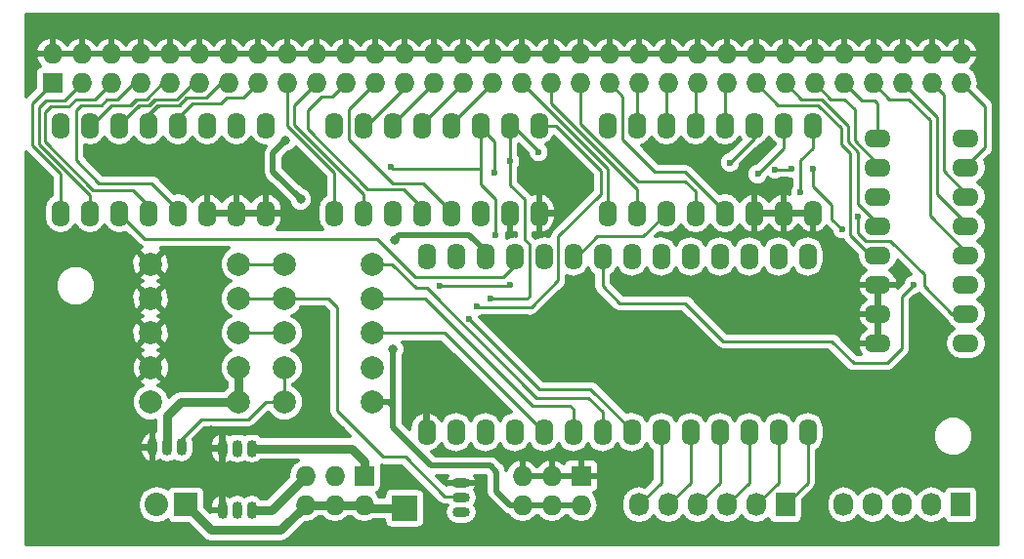
<source format=gtl>
G04 #@! TF.FileFunction,Copper,L1,Top,Signal*
%FSLAX46Y46*%
G04 Gerber Fmt 4.6, Leading zero omitted, Abs format (unit mm)*
G04 Created by KiCad (PCBNEW 4.0.4-stable) date 11/02/16 00:16:49*
%MOMM*%
%LPD*%
G01*
G04 APERTURE LIST*
%ADD10C,0.100000*%
%ADD11R,2.032000X2.032000*%
%ADD12O,2.032000X2.032000*%
%ADD13C,0.600000*%
%ADD14O,1.600000X2.300000*%
%ADD15R,1.727200X1.727200*%
%ADD16O,1.727200X1.727200*%
%ADD17R,2.235200X2.235200*%
%ADD18R,1.727200X2.032000*%
%ADD19O,1.727200X2.032000*%
%ADD20O,0.899160X1.501140*%
%ADD21O,1.501140X0.899160*%
%ADD22C,1.998980*%
%ADD23O,2.300000X1.600000*%
%ADD24C,0.800000*%
%ADD25C,0.750000*%
%ADD26C,0.500000*%
%ADD27C,0.250000*%
%ADD28C,0.300000*%
G04 APERTURE END LIST*
D10*
D11*
X131450000Y-88600000D03*
D12*
X128910000Y-88600000D03*
D13*
X171362500Y-69637500D03*
X158737500Y-84312500D03*
X158737500Y-84312500D03*
X149087500Y-86412500D03*
X149087500Y-86412500D03*
X178562500Y-91037500D03*
X175562500Y-91037500D03*
X172562500Y-91037500D03*
X169562500Y-91037500D03*
X166562500Y-91037500D03*
X130950000Y-74550000D03*
X132100000Y-67725000D03*
X142750000Y-78675000D03*
X142925000Y-74175000D03*
X157962500Y-89887500D03*
X134512500Y-86287500D03*
X132837500Y-84837500D03*
X119062500Y-90912500D03*
X125162500Y-66312500D03*
X200725000Y-46925000D03*
X161950000Y-46925000D03*
X119050000Y-46800000D03*
X130750000Y-85775000D03*
X133575000Y-60500000D03*
X143100000Y-60700000D03*
X186125000Y-90625000D03*
X200900000Y-90875000D03*
X168325000Y-88850000D03*
X168325000Y-85850000D03*
X178325000Y-60650000D03*
X162825000Y-60650000D03*
X165825000Y-60650000D03*
X129800000Y-58400000D03*
X126800000Y-58400000D03*
X199750000Y-78450000D03*
X196750000Y-78450000D03*
X187925000Y-71925000D03*
X187925000Y-68925000D03*
X122050000Y-86225000D03*
X173687500Y-73762500D03*
X124025000Y-89025000D03*
X122050000Y-83225000D03*
X170687500Y-73762500D03*
X122050000Y-80225000D03*
X167687500Y-73762500D03*
X121475000Y-77425000D03*
X164687500Y-73762500D03*
X122050000Y-74225000D03*
X161687500Y-73762500D03*
X174150000Y-80050000D03*
X171150000Y-80050000D03*
X174150000Y-77050000D03*
X179650000Y-77425000D03*
X151850000Y-79000000D03*
D14*
X144300000Y-63300000D03*
X146840000Y-63300000D03*
X149380000Y-63300000D03*
X151920000Y-63300000D03*
X154460000Y-63300000D03*
X157000000Y-63300000D03*
X159540000Y-63300000D03*
X162080000Y-63300000D03*
X162080000Y-55680000D03*
X159540000Y-55680000D03*
X157000000Y-55680000D03*
X154460000Y-55680000D03*
X151920000Y-55680000D03*
X149380000Y-55680000D03*
X146840000Y-55680000D03*
X144300000Y-55680000D03*
D15*
X146900000Y-86100000D03*
D16*
X146900000Y-88640000D03*
X144360000Y-86100000D03*
X144360000Y-88640000D03*
X141820000Y-86100000D03*
X141820000Y-88640000D03*
D17*
X150400000Y-88900000D03*
D15*
X165700000Y-86100000D03*
D16*
X165700000Y-88640000D03*
X163160000Y-86100000D03*
X163160000Y-88640000D03*
X160620000Y-86100000D03*
X160620000Y-88640000D03*
D18*
X183400000Y-88600000D03*
D19*
X180860000Y-88600000D03*
X178320000Y-88600000D03*
X175780000Y-88600000D03*
X173240000Y-88600000D03*
X170700000Y-88600000D03*
D15*
X119900000Y-52000000D03*
D16*
X119900000Y-49460000D03*
X122440000Y-52000000D03*
X122440000Y-49460000D03*
X124980000Y-52000000D03*
X124980000Y-49460000D03*
X127520000Y-52000000D03*
X127520000Y-49460000D03*
X130060000Y-52000000D03*
X130060000Y-49460000D03*
X132600000Y-52000000D03*
X132600000Y-49460000D03*
X135140000Y-52000000D03*
X135140000Y-49460000D03*
X137680000Y-52000000D03*
X137680000Y-49460000D03*
X140220000Y-52000000D03*
X140220000Y-49460000D03*
X142760000Y-52000000D03*
X142760000Y-49460000D03*
X145300000Y-52000000D03*
X145300000Y-49460000D03*
X147840000Y-52000000D03*
X147840000Y-49460000D03*
X150380000Y-52000000D03*
X150380000Y-49460000D03*
X152920000Y-52000000D03*
X152920000Y-49460000D03*
X155460000Y-52000000D03*
X155460000Y-49460000D03*
X158000000Y-52000000D03*
X158000000Y-49460000D03*
X160540000Y-52000000D03*
X160540000Y-49460000D03*
X163080000Y-52000000D03*
X163080000Y-49460000D03*
X165620000Y-52000000D03*
X165620000Y-49460000D03*
X168160000Y-52000000D03*
X168160000Y-49460000D03*
X170700000Y-52000000D03*
X170700000Y-49460000D03*
X173240000Y-52000000D03*
X173240000Y-49460000D03*
X175780000Y-52000000D03*
X175780000Y-49460000D03*
X178320000Y-52000000D03*
X178320000Y-49460000D03*
X180860000Y-52000000D03*
X180860000Y-49460000D03*
X183400000Y-52000000D03*
X183400000Y-49460000D03*
X185940000Y-52000000D03*
X185940000Y-49460000D03*
X188480000Y-52000000D03*
X188480000Y-49460000D03*
X191020000Y-52000000D03*
X191020000Y-49460000D03*
X193560000Y-52000000D03*
X193560000Y-49460000D03*
X196100000Y-52000000D03*
X196100000Y-49460000D03*
X198640000Y-52000000D03*
X198640000Y-49460000D03*
D18*
X198600000Y-88600000D03*
D19*
X196060000Y-88600000D03*
X193520000Y-88600000D03*
X190980000Y-88600000D03*
X188440000Y-88600000D03*
D20*
X135880000Y-89050000D03*
X134610000Y-89050000D03*
X137150000Y-89050000D03*
D21*
X155300000Y-87980000D03*
X155300000Y-86710000D03*
X155300000Y-89250000D03*
D20*
X135880000Y-83700000D03*
X134610000Y-83700000D03*
X137150000Y-83700000D03*
D22*
X136000000Y-73700000D03*
X128380000Y-73700000D03*
X147600000Y-73700000D03*
X139980000Y-73700000D03*
X136000000Y-70700000D03*
X128380000Y-70700000D03*
X147600000Y-70700000D03*
X139980000Y-70700000D03*
X136000000Y-67700000D03*
X128380000Y-67700000D03*
X147600000Y-67700000D03*
X139980000Y-67700000D03*
D14*
X120600000Y-63300000D03*
X123140000Y-63300000D03*
X125680000Y-63300000D03*
X128220000Y-63300000D03*
X130760000Y-63300000D03*
X133300000Y-63300000D03*
X135840000Y-63300000D03*
X138380000Y-63300000D03*
X138380000Y-55680000D03*
X135840000Y-55680000D03*
X133300000Y-55680000D03*
X130760000Y-55680000D03*
X128220000Y-55680000D03*
X125680000Y-55680000D03*
X123140000Y-55680000D03*
X120600000Y-55680000D03*
X168000000Y-63300000D03*
X170540000Y-63300000D03*
X173080000Y-63300000D03*
X175620000Y-63300000D03*
X178160000Y-63300000D03*
X180700000Y-63300000D03*
X183240000Y-63300000D03*
X185780000Y-63300000D03*
X185780000Y-55680000D03*
X183240000Y-55680000D03*
X180700000Y-55680000D03*
X178160000Y-55680000D03*
X175620000Y-55680000D03*
X173080000Y-55680000D03*
X170540000Y-55680000D03*
X168000000Y-55680000D03*
D23*
X191400000Y-56800000D03*
X191400000Y-59340000D03*
X191400000Y-61880000D03*
X191400000Y-64420000D03*
X191400000Y-66960000D03*
X191400000Y-69500000D03*
X191400000Y-72040000D03*
X191400000Y-74580000D03*
X199020000Y-74580000D03*
X199020000Y-72040000D03*
X199020000Y-69500000D03*
X199020000Y-66960000D03*
X199020000Y-64420000D03*
X199020000Y-61880000D03*
X199020000Y-59340000D03*
X199020000Y-56800000D03*
D14*
X152300000Y-82300000D03*
X154840000Y-82300000D03*
X157380000Y-82300000D03*
X159920000Y-82300000D03*
X162460000Y-82300000D03*
X165000000Y-82300000D03*
X167540000Y-82300000D03*
X170080000Y-82300000D03*
X172620000Y-82300000D03*
X175160000Y-82300000D03*
X177700000Y-82300000D03*
X180240000Y-82300000D03*
X182780000Y-82300000D03*
X185320000Y-82300000D03*
X185320000Y-67060000D03*
X182780000Y-67060000D03*
X180240000Y-67060000D03*
X177700000Y-67060000D03*
X175160000Y-67060000D03*
X172620000Y-67060000D03*
X170080000Y-67060000D03*
X167540000Y-67060000D03*
X165000000Y-67060000D03*
X162460000Y-67060000D03*
X159920000Y-67060000D03*
X157380000Y-67060000D03*
X154840000Y-67060000D03*
X152300000Y-67060000D03*
D20*
X129830000Y-83600000D03*
X128560000Y-83600000D03*
X131100000Y-83600000D03*
D22*
X147600000Y-76700000D03*
X139980000Y-76700000D03*
X136000000Y-79700000D03*
X128380000Y-79700000D03*
X128400000Y-76700000D03*
X136020000Y-76700000D03*
X147600000Y-79700000D03*
X139980000Y-79700000D03*
D13*
X155100000Y-79000000D03*
X176650000Y-77425000D03*
D24*
X149400000Y-75100000D03*
X141400000Y-62100000D03*
X149500000Y-65600000D03*
X140100000Y-57000000D03*
X194650000Y-77850000D03*
X187300000Y-85200000D03*
X133625000Y-82125000D03*
X144900000Y-82100000D03*
D13*
X156650000Y-71400000D03*
X184700000Y-61500000D03*
X188300000Y-64700000D03*
X185800000Y-59400000D03*
X181000000Y-59900000D03*
X162000000Y-58000000D03*
X189700000Y-63600000D03*
X159540000Y-58800000D03*
X157800000Y-70700000D03*
X158300000Y-65200000D03*
X178600000Y-58900000D03*
X158200000Y-59800000D03*
X182500000Y-59500000D03*
X183900000Y-59400000D03*
X149200000Y-59300000D03*
X159500000Y-69500000D03*
X153400000Y-69600000D03*
X194500000Y-69500000D03*
X155950000Y-72450000D03*
D25*
X137150000Y-83700000D02*
X145800000Y-83700000D01*
X146900000Y-84800000D02*
X146900000Y-86100000D01*
X145800000Y-83700000D02*
X146900000Y-84800000D01*
X144360000Y-88640000D02*
X141820000Y-88640000D01*
X146900000Y-88640000D02*
X144360000Y-88640000D01*
X150400000Y-88900000D02*
X147160000Y-88900000D01*
X147160000Y-88900000D02*
X146900000Y-88640000D01*
X141820000Y-88640000D02*
X139660000Y-90800000D01*
X133650000Y-90800000D02*
X131450000Y-88600000D01*
X139660000Y-90800000D02*
X133650000Y-90800000D01*
X137150000Y-89050000D02*
X138870000Y-89050000D01*
X138870000Y-89050000D02*
X141820000Y-86100000D01*
D26*
X157250000Y-85200000D02*
X157800000Y-85200000D01*
X149400000Y-81900000D02*
X152700000Y-85200000D01*
X149400000Y-80100000D02*
X149400000Y-81600000D01*
X152700000Y-85200000D02*
X157250000Y-85200000D01*
X149400000Y-81600000D02*
X149400000Y-81900000D01*
X159540000Y-88640000D02*
X160620000Y-88640000D01*
X158350000Y-87450000D02*
X159540000Y-88640000D01*
X158350000Y-85750000D02*
X158350000Y-87450000D01*
X157800000Y-85200000D02*
X158350000Y-85750000D01*
X165700000Y-88640000D02*
X163160000Y-88640000D01*
X160620000Y-88640000D02*
X163160000Y-88640000D01*
X147600000Y-79700000D02*
X149000000Y-79700000D01*
X149000000Y-79700000D02*
X149400000Y-80100000D01*
X149400000Y-80100000D02*
X149400000Y-75100000D01*
X141400000Y-62100000D02*
X139000000Y-59700000D01*
X149900000Y-65200000D02*
X149500000Y-65600000D01*
X156000000Y-65200000D02*
X149900000Y-65200000D01*
X157380000Y-66580000D02*
X156000000Y-65200000D01*
X139000000Y-58100000D02*
X140100000Y-57000000D01*
X139000000Y-59700000D02*
X139000000Y-58100000D01*
X157380000Y-67060000D02*
X157380000Y-66580000D01*
D25*
X187300000Y-85200000D02*
X194650000Y-77850000D01*
X133650000Y-82100000D02*
X144900000Y-82100000D01*
X133650000Y-82100000D02*
X133625000Y-82125000D01*
D27*
X185320000Y-82300000D02*
X185320000Y-86680000D01*
X185320000Y-86680000D02*
X183400000Y-88600000D01*
X182780000Y-82300000D02*
X182780000Y-86680000D01*
X182780000Y-86680000D02*
X180860000Y-88600000D01*
X180240000Y-82300000D02*
X180240000Y-86680000D01*
X180240000Y-86680000D02*
X178320000Y-88600000D01*
X177700000Y-82300000D02*
X177700000Y-86680000D01*
X177700000Y-86680000D02*
X175780000Y-88600000D01*
X175160000Y-82300000D02*
X175160000Y-86680000D01*
X175160000Y-86680000D02*
X173240000Y-88600000D01*
X172620000Y-82300000D02*
X172620000Y-86680000D01*
X172620000Y-86680000D02*
X170700000Y-88600000D01*
X120600000Y-63300000D02*
X120600000Y-59900000D01*
X118100000Y-53800000D02*
X119900000Y-52000000D01*
X118100000Y-57400000D02*
X118100000Y-53800000D01*
X120600000Y-59900000D02*
X118100000Y-57400000D01*
X118700000Y-57300000D02*
X118700000Y-54100000D01*
X118700000Y-54100000D02*
X118700000Y-54200000D01*
X118700000Y-54200000D02*
X118700000Y-54100000D01*
X123140000Y-63300000D02*
X123140000Y-61740000D01*
X120940000Y-53500000D02*
X122440000Y-52000000D01*
X118700000Y-54100000D02*
X119300000Y-53500000D01*
X119300000Y-53500000D02*
X120940000Y-53500000D01*
X123140000Y-61740000D02*
X118700000Y-57300000D01*
X121900000Y-52540000D02*
X122440000Y-52000000D01*
X119700000Y-54000000D02*
X121300000Y-54000000D01*
X119200000Y-54500000D02*
X119700000Y-54000000D01*
X119200000Y-57099996D02*
X119200000Y-54500000D01*
X123381805Y-61281801D02*
X119200000Y-57099996D01*
X126881801Y-61281801D02*
X123381805Y-61281801D01*
X128220000Y-62620000D02*
X126881801Y-61281801D01*
X123580000Y-53400000D02*
X124980000Y-52000000D01*
X121900000Y-53400000D02*
X123580000Y-53400000D01*
X121300000Y-54000000D02*
X121900000Y-53400000D01*
X128220000Y-63300000D02*
X128220000Y-62620000D01*
X122400000Y-53900000D02*
X124100000Y-53900000D01*
X121900000Y-54400000D02*
X122400000Y-53900000D01*
X121900000Y-58700000D02*
X121900000Y-54400000D01*
X123900000Y-60700000D02*
X121900000Y-58700000D01*
X128500000Y-60700000D02*
X123900000Y-60700000D01*
X130760000Y-62960000D02*
X128500000Y-60700000D01*
X125500000Y-53400000D02*
X126900000Y-52000000D01*
X124600000Y-53400000D02*
X125500000Y-53400000D01*
X124100000Y-53900000D02*
X124600000Y-53400000D01*
X126900000Y-52000000D02*
X127520000Y-52000000D01*
X130760000Y-63300000D02*
X130760000Y-62960000D01*
X127000000Y-52000000D02*
X127520000Y-52000000D01*
X126600000Y-53900000D02*
X127100000Y-53400000D01*
X124900000Y-53900000D02*
X126600000Y-53900000D01*
X127200000Y-53400000D02*
X128000000Y-53400000D01*
X125000000Y-53900000D02*
X126700000Y-53900000D01*
X126700000Y-53900000D02*
X127200000Y-53400000D01*
X123220000Y-55680000D02*
X125000000Y-53900000D01*
X128000000Y-53400000D02*
X129400000Y-52000000D01*
X129400000Y-52000000D02*
X130060000Y-52000000D01*
X123140000Y-55680000D02*
X123220000Y-55680000D01*
X123140000Y-55680000D02*
X123520000Y-55680000D01*
X127350002Y-53900000D02*
X128200000Y-53900000D01*
X128200000Y-53900000D02*
X128700000Y-53400000D01*
X125580000Y-55670002D02*
X127350002Y-53900000D01*
X125680000Y-55680000D02*
X125680000Y-55670002D01*
X125680000Y-55670002D02*
X127450002Y-53900000D01*
X130700000Y-53400000D02*
X132100000Y-52000000D01*
X128800000Y-53400000D02*
X130700000Y-53400000D01*
X128300000Y-53900000D02*
X128800000Y-53400000D01*
X127450002Y-53900000D02*
X128300000Y-53900000D01*
X132100000Y-52000000D02*
X132600000Y-52000000D01*
X125680000Y-55680000D02*
X125920000Y-55680000D01*
X130800000Y-53900000D02*
X131400000Y-53300000D01*
X129000000Y-53900000D02*
X130800000Y-53900000D01*
X128120000Y-54780000D02*
X129000000Y-53900000D01*
X128220000Y-55680000D02*
X128220000Y-54780000D01*
X128220000Y-54780000D02*
X129100000Y-53900000D01*
X129100000Y-53900000D02*
X130900000Y-53900000D01*
X130900000Y-53900000D02*
X131500000Y-53300000D01*
X131500000Y-53300000D02*
X133200000Y-53300000D01*
X133200000Y-53300000D02*
X134500000Y-52000000D01*
X134500000Y-52000000D02*
X135140000Y-52000000D01*
X130760000Y-55680000D02*
X130760000Y-55040000D01*
X130760000Y-55040000D02*
X132000000Y-53800000D01*
X132000000Y-53800000D02*
X134500000Y-53800000D01*
X134500000Y-53800000D02*
X135000000Y-53300000D01*
X135000000Y-53300000D02*
X136380000Y-53300000D01*
X136380000Y-53300000D02*
X137680000Y-52000000D01*
X144300000Y-63300000D02*
X144300000Y-59800000D01*
X140220000Y-55720000D02*
X140220000Y-52000000D01*
X144300000Y-59800000D02*
X140220000Y-55720000D01*
X146840000Y-63300000D02*
X146840000Y-61640000D01*
X140800000Y-53960000D02*
X142760000Y-52000000D01*
X140800000Y-55600000D02*
X140800000Y-53960000D01*
X146840000Y-61640000D02*
X140800000Y-55600000D01*
X142000000Y-56000000D02*
X142000000Y-54400000D01*
X142000000Y-56000000D02*
X147181801Y-61181801D01*
X151920000Y-62820000D02*
X150281801Y-61181801D01*
X150281801Y-61181801D02*
X147181801Y-61181801D01*
X144100000Y-53200000D02*
X145300000Y-52000000D01*
X143200000Y-53200000D02*
X144100000Y-53200000D01*
X142000000Y-54400000D02*
X143200000Y-53200000D01*
X151920000Y-63300000D02*
X151920000Y-62820000D01*
X151920000Y-63300000D02*
X151900000Y-63300000D01*
X154460000Y-63300000D02*
X154460000Y-63160000D01*
X154460000Y-63160000D02*
X152000000Y-60700000D01*
X145600000Y-54240000D02*
X147840000Y-52000000D01*
X145600000Y-56900000D02*
X145600000Y-54240000D01*
X149400000Y-60700000D02*
X145600000Y-56900000D01*
X152000000Y-60700000D02*
X149400000Y-60700000D01*
X146840000Y-55680000D02*
X147120000Y-55680000D01*
X147120000Y-55680000D02*
X150380000Y-52420000D01*
X150380000Y-52420000D02*
X150380000Y-52000000D01*
X149380000Y-55680000D02*
X149380000Y-55540000D01*
X149380000Y-55540000D02*
X152920000Y-52000000D01*
X151920000Y-55680000D02*
X151920000Y-55540000D01*
X151920000Y-55540000D02*
X155460000Y-52000000D01*
X154460000Y-55680000D02*
X154460000Y-55540000D01*
X154460000Y-55540000D02*
X158000000Y-52000000D01*
X168000000Y-63300000D02*
X168000000Y-59460000D01*
X168000000Y-59460000D02*
X160540000Y-52000000D01*
X170540000Y-63300000D02*
X170540000Y-61240000D01*
X163080000Y-53780000D02*
X163080000Y-52000000D01*
X170540000Y-61240000D02*
X163080000Y-53780000D01*
X175620000Y-63300000D02*
X175620000Y-61420000D01*
X165620000Y-55520000D02*
X165620000Y-52000000D01*
X167700000Y-57600000D02*
X165620000Y-55520000D01*
X170600000Y-60500000D02*
X167700000Y-57600000D01*
X174700000Y-60500000D02*
X170600000Y-60500000D01*
X175620000Y-61420000D02*
X174700000Y-60500000D01*
X175620000Y-63300000D02*
X175620000Y-62720000D01*
X178160000Y-63300000D02*
X178160000Y-63160000D01*
X178160000Y-63160000D02*
X174700000Y-59700000D01*
X174700000Y-59700000D02*
X172100000Y-59700000D01*
X172100000Y-59700000D02*
X169300000Y-56900000D01*
X169300000Y-56900000D02*
X169300000Y-53140000D01*
X169300000Y-53140000D02*
X168160000Y-52000000D01*
X170540000Y-55680000D02*
X170540000Y-52160000D01*
X170540000Y-52160000D02*
X170700000Y-52000000D01*
X173080000Y-55680000D02*
X173080000Y-52160000D01*
X173080000Y-52160000D02*
X173240000Y-52000000D01*
X175620000Y-55680000D02*
X175620000Y-52160000D01*
X175620000Y-52160000D02*
X175780000Y-52000000D01*
X178160000Y-55680000D02*
X178160000Y-52160000D01*
X178160000Y-52160000D02*
X178320000Y-52000000D01*
X191400000Y-66960000D02*
X190760000Y-66960000D01*
X190760000Y-66960000D02*
X189000000Y-65200000D01*
X182760000Y-53900000D02*
X180860000Y-52000000D01*
X186200000Y-53900000D02*
X182760000Y-53900000D01*
X188200000Y-55900000D02*
X186200000Y-53900000D01*
X188200000Y-57300000D02*
X188200000Y-55900000D01*
X189000000Y-58100000D02*
X188200000Y-57300000D01*
X189000000Y-65200000D02*
X189000000Y-58100000D01*
X191400000Y-66960000D02*
X190560000Y-66960000D01*
X191400000Y-64420000D02*
X191400000Y-64200000D01*
X191400000Y-64200000D02*
X189700000Y-62500000D01*
X189700000Y-62500000D02*
X189700000Y-58000000D01*
X189700000Y-58000000D02*
X188800000Y-57100000D01*
X188800000Y-57100000D02*
X188800000Y-55700000D01*
X188800000Y-55700000D02*
X186500000Y-53400000D01*
X186500000Y-53400000D02*
X184800000Y-53400000D01*
X184800000Y-53400000D02*
X183400000Y-52000000D01*
X191400000Y-59340000D02*
X191400000Y-59000000D01*
X191400000Y-59000000D02*
X189400000Y-57000000D01*
X189400000Y-57000000D02*
X189400000Y-54300000D01*
X189400000Y-54300000D02*
X188500000Y-53400000D01*
X188500000Y-53400000D02*
X187340000Y-53400000D01*
X187340000Y-53400000D02*
X185940000Y-52000000D01*
X191400000Y-56800000D02*
X191400000Y-53800000D01*
X189980000Y-53500000D02*
X188480000Y-52000000D01*
X191100000Y-53500000D02*
X189980000Y-53500000D01*
X191400000Y-53800000D02*
X191100000Y-53500000D01*
X195900000Y-56880000D02*
X195900000Y-55200000D01*
X195900000Y-63500000D02*
X195900000Y-56880000D01*
X199020000Y-66620000D02*
X195900000Y-63500000D01*
X192420000Y-53400000D02*
X191020000Y-52000000D01*
X194100000Y-53400000D02*
X192420000Y-53400000D01*
X195900000Y-55200000D02*
X194100000Y-53400000D01*
X199020000Y-66960000D02*
X199020000Y-66620000D01*
X193560000Y-52000000D02*
X196500000Y-54940000D01*
X196500000Y-61600000D02*
X196500000Y-54940000D01*
X196500000Y-61600000D02*
X199020000Y-64120000D01*
X199020000Y-64420000D02*
X199020000Y-64120000D01*
X199020000Y-61880000D02*
X199020000Y-61520000D01*
X199020000Y-61520000D02*
X197100000Y-59600000D01*
X197100000Y-59600000D02*
X197100000Y-53000000D01*
X197100000Y-53000000D02*
X196100000Y-52000000D01*
X199020000Y-59340000D02*
X199020000Y-59280000D01*
X199020000Y-59280000D02*
X200700000Y-57600000D01*
X200700000Y-57600000D02*
X200700000Y-54060000D01*
X200700000Y-54060000D02*
X198640000Y-52000000D01*
X136000000Y-73700000D02*
X139980000Y-73700000D01*
X150450000Y-84450000D02*
X153850000Y-87850000D01*
X139980000Y-70700000D02*
X143800000Y-70700000D01*
X144550000Y-80450000D02*
X148550000Y-84450000D01*
X144550000Y-71450000D02*
X144550000Y-80450000D01*
X143800000Y-70700000D02*
X144550000Y-71450000D01*
X148550000Y-84450000D02*
X150450000Y-84450000D01*
X153850000Y-87850000D02*
X155170000Y-87850000D01*
X155170000Y-87850000D02*
X155300000Y-87980000D01*
X139980000Y-70700000D02*
X136000000Y-70700000D01*
X136000000Y-67700000D02*
X139980000Y-67700000D01*
X147600000Y-73700000D02*
X153860000Y-73700000D01*
X153860000Y-73700000D02*
X162460000Y-82300000D01*
X147600000Y-70700000D02*
X152200000Y-70700000D01*
X165000000Y-80300000D02*
X165000000Y-82300000D01*
X164700000Y-80000000D02*
X165000000Y-80300000D01*
X161500000Y-80000000D02*
X164700000Y-80000000D01*
X152200000Y-70700000D02*
X161500000Y-80000000D01*
X147600000Y-67700000D02*
X149300000Y-67700000D01*
X167540000Y-80540000D02*
X167540000Y-82300000D01*
X166300000Y-79300000D02*
X167540000Y-80540000D01*
X161800000Y-79300000D02*
X166300000Y-79300000D01*
X152300000Y-69800000D02*
X161800000Y-79300000D01*
X151400000Y-69800000D02*
X152300000Y-69800000D01*
X149300000Y-67700000D02*
X151400000Y-69800000D01*
X159920000Y-67060000D02*
X159920000Y-67780000D01*
X159920000Y-67780000D02*
X158900000Y-68800000D01*
X158900000Y-68800000D02*
X151300000Y-68800000D01*
X151300000Y-68800000D02*
X148000000Y-65500000D01*
X148000000Y-65500000D02*
X127880000Y-65500000D01*
X127880000Y-65500000D02*
X125680000Y-63300000D01*
X161375000Y-71425000D02*
X156675000Y-71425000D01*
X156675000Y-71425000D02*
X156650000Y-71400000D01*
X185780000Y-57620000D02*
X185780000Y-55680000D01*
X184700000Y-58700000D02*
X185780000Y-57620000D01*
X184700000Y-61500000D02*
X184700000Y-58700000D01*
X185780000Y-59380000D02*
X185780000Y-60980000D01*
X188400000Y-64800000D02*
X188300000Y-64700000D01*
X187400000Y-63800000D02*
X188400000Y-64800000D01*
X187400000Y-62600000D02*
X187400000Y-63800000D01*
X185780000Y-60980000D02*
X187400000Y-62600000D01*
X185780000Y-59380000D02*
X185800000Y-59400000D01*
X162080000Y-55680000D02*
X163480000Y-55680000D01*
X163700000Y-69100000D02*
X161375000Y-71425000D01*
X161375000Y-71425000D02*
X161300000Y-71500000D01*
X163700000Y-65300000D02*
X163700000Y-69100000D01*
X167400000Y-61600000D02*
X163700000Y-65300000D01*
X167400000Y-59600000D02*
X167400000Y-61600000D01*
X163480000Y-55680000D02*
X167400000Y-59600000D01*
X159540000Y-55680000D02*
X159780000Y-55680000D01*
X159780000Y-55680000D02*
X162000000Y-57900000D01*
X183240000Y-57660000D02*
X183240000Y-55680000D01*
X181000000Y-59900000D02*
X183240000Y-57660000D01*
X162000000Y-57900000D02*
X162000000Y-58000000D01*
X197840000Y-72040000D02*
X195400000Y-69600000D01*
X195400000Y-69600000D02*
X195400000Y-68600000D01*
X195400000Y-68600000D02*
X192481801Y-65681801D01*
X192481801Y-65681801D02*
X190381801Y-65681801D01*
X190381801Y-65681801D02*
X189700000Y-65000000D01*
X189700000Y-65000000D02*
X189700000Y-63600000D01*
X199020000Y-72040000D02*
X197840000Y-72040000D01*
X159540000Y-55680000D02*
X159540000Y-58800000D01*
X159540000Y-58800000D02*
X159540000Y-60840000D01*
X161000000Y-70700000D02*
X157800000Y-70700000D01*
X161200000Y-70500000D02*
X161000000Y-70700000D01*
X161200000Y-66000000D02*
X161200000Y-70500000D01*
X160800000Y-65600000D02*
X161200000Y-66000000D01*
X160800000Y-62100000D02*
X160800000Y-65600000D01*
X159540000Y-60840000D02*
X160800000Y-62100000D01*
X157000000Y-60800000D02*
X158300000Y-62100000D01*
X158300000Y-62100000D02*
X158300000Y-65200000D01*
X157000000Y-59700000D02*
X157000000Y-60800000D01*
X157000000Y-59400000D02*
X157000000Y-59700000D01*
X157000000Y-55680000D02*
X157000000Y-55900000D01*
X157000000Y-55900000D02*
X158200000Y-57100000D01*
X178600000Y-58900000D02*
X180700000Y-56800000D01*
X158200000Y-57100000D02*
X158200000Y-59800000D01*
X180700000Y-56800000D02*
X180700000Y-55680000D01*
X183800000Y-59500000D02*
X182500000Y-59500000D01*
X183900000Y-59400000D02*
X183800000Y-59500000D01*
X157000000Y-59400000D02*
X149300000Y-59400000D01*
X149300000Y-59400000D02*
X149200000Y-59300000D01*
X157000000Y-55680000D02*
X157000000Y-59400000D01*
X159500000Y-69500000D02*
X159400000Y-69600000D01*
X159400000Y-69600000D02*
X153400000Y-69600000D01*
X165000000Y-67060000D02*
X165340000Y-67060000D01*
X165340000Y-67060000D02*
X167100000Y-65300000D01*
X167100000Y-65300000D02*
X171080000Y-65300000D01*
X171080000Y-65300000D02*
X173080000Y-63300000D01*
X194500000Y-69500000D02*
X193500000Y-70500000D01*
X193500000Y-70500000D02*
X193500000Y-75000000D01*
X193500000Y-75000000D02*
X192200000Y-76300000D01*
X192200000Y-76300000D02*
X189300000Y-76300000D01*
X189300000Y-76300000D02*
X187400000Y-74400000D01*
X187400000Y-74400000D02*
X178000000Y-74400000D01*
X178000000Y-74400000D02*
X174700000Y-71100000D01*
X174700000Y-71100000D02*
X169000000Y-71100000D01*
X169000000Y-71100000D02*
X167540000Y-69640000D01*
X167540000Y-69640000D02*
X167540000Y-67060000D01*
X170080000Y-82300000D02*
X170080000Y-82130000D01*
X170080000Y-82130000D02*
X166500000Y-78550000D01*
X166500000Y-78550000D02*
X162050000Y-78550000D01*
X162050000Y-78550000D02*
X155950000Y-72450000D01*
D25*
X136000000Y-79700000D02*
X131000000Y-79700000D01*
X129830000Y-80870000D02*
X129830000Y-83600000D01*
X131000000Y-79700000D02*
X129830000Y-80870000D01*
X136020000Y-76700000D02*
X136020000Y-79680000D01*
X136020000Y-79680000D02*
X136000000Y-79700000D01*
D27*
X136000000Y-76720000D02*
X136020000Y-76700000D01*
X136020000Y-79680000D02*
X136000000Y-79700000D01*
X139980000Y-76700000D02*
X139980000Y-79700000D01*
X139980000Y-79700000D02*
X138350000Y-79700000D01*
X132750000Y-81200000D02*
X131100000Y-82850000D01*
X136850000Y-81200000D02*
X132750000Y-81200000D01*
X138350000Y-79700000D02*
X136850000Y-81200000D01*
X131100000Y-82850000D02*
X131100000Y-83600000D01*
D28*
G36*
X201800000Y-92000000D02*
X117600000Y-92000000D01*
X117600000Y-83700000D01*
X127460420Y-83700000D01*
X127460420Y-84000990D01*
X127582389Y-84414169D01*
X127853190Y-84749221D01*
X128231597Y-84955138D01*
X128289932Y-84966888D01*
X128460000Y-84832719D01*
X128460000Y-83700000D01*
X127460420Y-83700000D01*
X117600000Y-83700000D01*
X117600000Y-83199010D01*
X127460420Y-83199010D01*
X127460420Y-83500000D01*
X128460000Y-83500000D01*
X128460000Y-82367281D01*
X128289932Y-82233112D01*
X128231597Y-82244862D01*
X127853190Y-82450779D01*
X127582389Y-82785831D01*
X127460420Y-83199010D01*
X117600000Y-83199010D01*
X117600000Y-76405322D01*
X126744213Y-76405322D01*
X126757484Y-77061396D01*
X126983020Y-77605889D01*
X127257308Y-77701270D01*
X128258579Y-76700000D01*
X128541421Y-76700000D01*
X129542692Y-77701270D01*
X129816980Y-77605889D01*
X130055787Y-76994678D01*
X130042516Y-76338604D01*
X129816980Y-75794111D01*
X129542692Y-75698730D01*
X128541421Y-76700000D01*
X128258579Y-76700000D01*
X127257308Y-75698730D01*
X126983020Y-75794111D01*
X126744213Y-76405322D01*
X117600000Y-76405322D01*
X117600000Y-74842692D01*
X127378730Y-74842692D01*
X127474111Y-75116980D01*
X127690683Y-75201597D01*
X127494111Y-75283020D01*
X127398730Y-75557308D01*
X128400000Y-76558579D01*
X129401270Y-75557308D01*
X129305889Y-75283020D01*
X129089317Y-75198403D01*
X129285889Y-75116980D01*
X129381270Y-74842692D01*
X128380000Y-73841421D01*
X127378730Y-74842692D01*
X117600000Y-74842692D01*
X117600000Y-73405322D01*
X126724213Y-73405322D01*
X126737484Y-74061396D01*
X126963020Y-74605889D01*
X127237308Y-74701270D01*
X128238579Y-73700000D01*
X128521421Y-73700000D01*
X129522692Y-74701270D01*
X129796980Y-74605889D01*
X130035787Y-73994678D01*
X130022516Y-73338604D01*
X129796980Y-72794111D01*
X129522692Y-72698730D01*
X128521421Y-73700000D01*
X128238579Y-73700000D01*
X127237308Y-72698730D01*
X126963020Y-72794111D01*
X126724213Y-73405322D01*
X117600000Y-73405322D01*
X117600000Y-71842692D01*
X127378730Y-71842692D01*
X127474111Y-72116980D01*
X127680391Y-72197576D01*
X127474111Y-72283020D01*
X127378730Y-72557308D01*
X128380000Y-73558579D01*
X129381270Y-72557308D01*
X129285889Y-72283020D01*
X129079609Y-72202424D01*
X129285889Y-72116980D01*
X129381270Y-71842692D01*
X128380000Y-70841421D01*
X127378730Y-71842692D01*
X117600000Y-71842692D01*
X117600000Y-69946569D01*
X120149696Y-69946569D01*
X120415557Y-70590001D01*
X120907410Y-71082713D01*
X121550376Y-71349696D01*
X122246569Y-71350304D01*
X122890001Y-71084443D01*
X123382713Y-70592590D01*
X123460473Y-70405322D01*
X126724213Y-70405322D01*
X126737484Y-71061396D01*
X126963020Y-71605889D01*
X127237308Y-71701270D01*
X128238579Y-70700000D01*
X128521421Y-70700000D01*
X129522692Y-71701270D01*
X129796980Y-71605889D01*
X130035787Y-70994678D01*
X130022516Y-70338604D01*
X129796980Y-69794111D01*
X129522692Y-69698730D01*
X128521421Y-70700000D01*
X128238579Y-70700000D01*
X127237308Y-69698730D01*
X126963020Y-69794111D01*
X126724213Y-70405322D01*
X123460473Y-70405322D01*
X123649696Y-69949624D01*
X123650304Y-69253431D01*
X123480590Y-68842692D01*
X127378730Y-68842692D01*
X127474111Y-69116980D01*
X127680391Y-69197576D01*
X127474111Y-69283020D01*
X127378730Y-69557308D01*
X128380000Y-70558579D01*
X129381270Y-69557308D01*
X129285889Y-69283020D01*
X129079609Y-69202424D01*
X129285889Y-69116980D01*
X129381270Y-68842692D01*
X128380000Y-67841421D01*
X127378730Y-68842692D01*
X123480590Y-68842692D01*
X123384443Y-68609999D01*
X122892590Y-68117287D01*
X122249624Y-67850304D01*
X121553431Y-67849696D01*
X120909999Y-68115557D01*
X120417287Y-68607410D01*
X120150304Y-69250376D01*
X120149696Y-69946569D01*
X117600000Y-69946569D01*
X117600000Y-67405322D01*
X126724213Y-67405322D01*
X126737484Y-68061396D01*
X126963020Y-68605889D01*
X127237308Y-68701270D01*
X128238579Y-67700000D01*
X128521421Y-67700000D01*
X129522692Y-68701270D01*
X129796980Y-68605889D01*
X130035787Y-67994678D01*
X130022516Y-67338604D01*
X129796980Y-66794111D01*
X129522692Y-66698730D01*
X128521421Y-67700000D01*
X128238579Y-67700000D01*
X127237308Y-66698730D01*
X126963020Y-66794111D01*
X126724213Y-67405322D01*
X117600000Y-67405322D01*
X117600000Y-57996016D01*
X119825000Y-60221016D01*
X119825000Y-61722183D01*
X119574695Y-61889431D01*
X119260375Y-62359845D01*
X119150000Y-62914736D01*
X119150000Y-63685264D01*
X119260375Y-64240155D01*
X119574695Y-64710569D01*
X120045109Y-65024889D01*
X120600000Y-65135264D01*
X121154891Y-65024889D01*
X121625305Y-64710569D01*
X121870000Y-64344356D01*
X122114695Y-64710569D01*
X122585109Y-65024889D01*
X123140000Y-65135264D01*
X123694891Y-65024889D01*
X124165305Y-64710569D01*
X124410000Y-64344356D01*
X124654695Y-64710569D01*
X125125109Y-65024889D01*
X125680000Y-65135264D01*
X126234891Y-65024889D01*
X126279240Y-64995256D01*
X127331992Y-66048008D01*
X127583420Y-66216007D01*
X127618871Y-66223059D01*
X127474111Y-66283020D01*
X127378730Y-66557308D01*
X128380000Y-67558579D01*
X129381270Y-66557308D01*
X129285889Y-66283020D01*
X129265362Y-66275000D01*
X135129337Y-66275000D01*
X135066860Y-66300815D01*
X134602446Y-66764419D01*
X134350797Y-67370457D01*
X134350225Y-68026664D01*
X134600815Y-68633140D01*
X135064419Y-69097554D01*
X135310994Y-69199941D01*
X135066860Y-69300815D01*
X134602446Y-69764419D01*
X134350797Y-70370457D01*
X134350225Y-71026664D01*
X134600815Y-71633140D01*
X135064419Y-72097554D01*
X135310994Y-72199941D01*
X135066860Y-72300815D01*
X134602446Y-72764419D01*
X134350797Y-73370457D01*
X134350225Y-74026664D01*
X134600815Y-74633140D01*
X135064419Y-75097554D01*
X135320970Y-75204083D01*
X135086860Y-75300815D01*
X134622446Y-75764419D01*
X134370797Y-76370457D01*
X134370225Y-77026664D01*
X134620815Y-77633140D01*
X134995000Y-78007979D01*
X134995000Y-78372550D01*
X134692021Y-78675000D01*
X131000000Y-78675000D01*
X130607749Y-78753023D01*
X130474555Y-78842021D01*
X130275216Y-78975215D01*
X129985134Y-79265297D01*
X129779185Y-78766860D01*
X129315581Y-78302446D01*
X129087140Y-78207589D01*
X129305889Y-78116980D01*
X129401270Y-77842692D01*
X128400000Y-76841421D01*
X127398730Y-77842692D01*
X127494111Y-78116980D01*
X127698503Y-78196838D01*
X127446860Y-78300815D01*
X126982446Y-78764419D01*
X126730797Y-79370457D01*
X126730225Y-80026664D01*
X126980815Y-80633140D01*
X127444419Y-81097554D01*
X128050457Y-81349203D01*
X128706664Y-81349775D01*
X128805000Y-81309144D01*
X128805000Y-82252888D01*
X128660000Y-82367281D01*
X128660000Y-83500000D01*
X128680000Y-83500000D01*
X128680000Y-83700000D01*
X128660000Y-83700000D01*
X128660000Y-84832719D01*
X128830068Y-84966888D01*
X128888403Y-84955138D01*
X129184376Y-84794079D01*
X129409209Y-84944308D01*
X129830000Y-85028009D01*
X130250791Y-84944308D01*
X130465000Y-84801178D01*
X130679209Y-84944308D01*
X131100000Y-85028009D01*
X131520791Y-84944308D01*
X131877520Y-84705949D01*
X132115879Y-84349220D01*
X132199580Y-83928429D01*
X132199580Y-83800000D01*
X133510420Y-83800000D01*
X133510420Y-84100990D01*
X133632389Y-84514169D01*
X133903190Y-84849221D01*
X134281597Y-85055138D01*
X134339932Y-85066888D01*
X134510000Y-84932719D01*
X134510000Y-83800000D01*
X133510420Y-83800000D01*
X132199580Y-83800000D01*
X132199580Y-83299010D01*
X133510420Y-83299010D01*
X133510420Y-83600000D01*
X134510000Y-83600000D01*
X134510000Y-82467281D01*
X134339932Y-82333112D01*
X134281597Y-82344862D01*
X133903190Y-82550779D01*
X133632389Y-82885831D01*
X133510420Y-83299010D01*
X132199580Y-83299010D01*
X132199580Y-83271571D01*
X132129045Y-82916971D01*
X133071015Y-81975000D01*
X136850000Y-81975000D01*
X137146580Y-81916007D01*
X137398008Y-81748008D01*
X138560951Y-80585065D01*
X138580815Y-80633140D01*
X139044419Y-81097554D01*
X139650457Y-81349203D01*
X140306664Y-81349775D01*
X140913140Y-81099185D01*
X141377554Y-80635581D01*
X141629203Y-80029543D01*
X141629775Y-79373336D01*
X141379185Y-78766860D01*
X140915581Y-78302446D01*
X140755000Y-78235767D01*
X140755000Y-78164527D01*
X140913140Y-78099185D01*
X141377554Y-77635581D01*
X141629203Y-77029543D01*
X141629775Y-76373336D01*
X141379185Y-75766860D01*
X140915581Y-75302446D01*
X140669006Y-75200059D01*
X140913140Y-75099185D01*
X141377554Y-74635581D01*
X141629203Y-74029543D01*
X141629775Y-73373336D01*
X141379185Y-72766860D01*
X140915581Y-72302446D01*
X140669006Y-72200059D01*
X140913140Y-72099185D01*
X141377554Y-71635581D01*
X141444233Y-71475000D01*
X143478984Y-71475000D01*
X143775000Y-71771016D01*
X143775000Y-80450000D01*
X143833993Y-80746580D01*
X144001992Y-80998008D01*
X145678984Y-82675000D01*
X137981608Y-82675000D01*
X137927520Y-82594051D01*
X137570791Y-82355692D01*
X137150000Y-82271991D01*
X136729209Y-82355692D01*
X136515000Y-82498822D01*
X136300791Y-82355692D01*
X135880000Y-82271991D01*
X135459209Y-82355692D01*
X135234376Y-82505921D01*
X134938403Y-82344862D01*
X134880068Y-82333112D01*
X134710000Y-82467281D01*
X134710000Y-83600000D01*
X134730000Y-83600000D01*
X134730000Y-83800000D01*
X134710000Y-83800000D01*
X134710000Y-84932719D01*
X134880068Y-85066888D01*
X134938403Y-85055138D01*
X135234376Y-84894079D01*
X135459209Y-85044308D01*
X135880000Y-85128009D01*
X136300791Y-85044308D01*
X136515000Y-84901178D01*
X136729209Y-85044308D01*
X137150000Y-85128009D01*
X137570791Y-85044308D01*
X137927520Y-84805949D01*
X137981608Y-84725000D01*
X141161394Y-84725000D01*
X140749723Y-85000070D01*
X140421616Y-85491117D01*
X140306400Y-86070347D01*
X140306400Y-86129653D01*
X140312104Y-86158328D01*
X138445432Y-88025000D01*
X137981608Y-88025000D01*
X137927520Y-87944051D01*
X137570791Y-87705692D01*
X137150000Y-87621991D01*
X136729209Y-87705692D01*
X136515000Y-87848822D01*
X136300791Y-87705692D01*
X135880000Y-87621991D01*
X135459209Y-87705692D01*
X135234376Y-87855921D01*
X134938403Y-87694862D01*
X134880068Y-87683112D01*
X134710000Y-87817281D01*
X134710000Y-88950000D01*
X134730000Y-88950000D01*
X134730000Y-89150000D01*
X134710000Y-89150000D01*
X134710000Y-89170000D01*
X134510000Y-89170000D01*
X134510000Y-89150000D01*
X133510420Y-89150000D01*
X133510420Y-89210851D01*
X133128734Y-88829166D01*
X133128734Y-88649010D01*
X133510420Y-88649010D01*
X133510420Y-88950000D01*
X134510000Y-88950000D01*
X134510000Y-87817281D01*
X134339932Y-87683112D01*
X134281597Y-87694862D01*
X133903190Y-87900779D01*
X133632389Y-88235831D01*
X133510420Y-88649010D01*
X133128734Y-88649010D01*
X133128734Y-87584000D01*
X133083410Y-87343124D01*
X132941053Y-87121895D01*
X132723841Y-86973480D01*
X132466000Y-86921266D01*
X130434000Y-86921266D01*
X130193124Y-86966590D01*
X129971895Y-87108947D01*
X129876775Y-87248159D01*
X129547551Y-87028178D01*
X128910000Y-86901361D01*
X128272449Y-87028178D01*
X127731960Y-87389321D01*
X127370817Y-87929810D01*
X127244000Y-88567361D01*
X127244000Y-88632639D01*
X127370817Y-89270190D01*
X127731960Y-89810679D01*
X128272449Y-90171822D01*
X128910000Y-90298639D01*
X129547551Y-90171822D01*
X129877421Y-89951410D01*
X129958947Y-90078105D01*
X130176159Y-90226520D01*
X130434000Y-90278734D01*
X131679166Y-90278734D01*
X132925216Y-91524785D01*
X133124555Y-91657979D01*
X133257749Y-91746977D01*
X133650000Y-91825000D01*
X139660000Y-91825000D01*
X140052251Y-91746977D01*
X140384784Y-91524784D01*
X141741859Y-90167710D01*
X141820000Y-90183253D01*
X142399230Y-90068037D01*
X142890277Y-89739930D01*
X142940344Y-89665000D01*
X143239656Y-89665000D01*
X143289723Y-89739930D01*
X143780770Y-90068037D01*
X144360000Y-90183253D01*
X144939230Y-90068037D01*
X145430277Y-89739930D01*
X145480344Y-89665000D01*
X145779656Y-89665000D01*
X145829723Y-89739930D01*
X146320770Y-90068037D01*
X146900000Y-90183253D01*
X147479230Y-90068037D01*
X147693300Y-89925000D01*
X148619666Y-89925000D01*
X148619666Y-90017600D01*
X148664990Y-90258476D01*
X148807347Y-90479705D01*
X149024559Y-90628120D01*
X149282400Y-90680334D01*
X151517600Y-90680334D01*
X151758476Y-90635010D01*
X151979705Y-90492653D01*
X152128120Y-90275441D01*
X152180334Y-90017600D01*
X152180334Y-87782400D01*
X152135010Y-87541524D01*
X151992653Y-87320295D01*
X151775441Y-87171880D01*
X151517600Y-87119666D01*
X149282400Y-87119666D01*
X149041524Y-87164990D01*
X148820295Y-87307347D01*
X148671880Y-87524559D01*
X148619666Y-87782400D01*
X148619666Y-87875000D01*
X148194070Y-87875000D01*
X147998397Y-87582154D01*
X148004476Y-87581010D01*
X148225705Y-87438653D01*
X148374120Y-87221441D01*
X148426334Y-86963600D01*
X148426334Y-85236400D01*
X148419297Y-85199002D01*
X148550000Y-85225000D01*
X150128984Y-85225000D01*
X153301992Y-88398008D01*
X153553420Y-88566007D01*
X153850000Y-88625000D01*
X154092140Y-88625000D01*
X153955692Y-88829209D01*
X153871991Y-89250000D01*
X153955692Y-89670791D01*
X154194051Y-90027520D01*
X154550780Y-90265879D01*
X154971571Y-90349580D01*
X155628429Y-90349580D01*
X156049220Y-90265879D01*
X156405949Y-90027520D01*
X156644308Y-89670791D01*
X156728009Y-89250000D01*
X156644308Y-88829209D01*
X156501178Y-88615000D01*
X156644308Y-88400791D01*
X156728009Y-87980000D01*
X156644308Y-87559209D01*
X156494079Y-87334376D01*
X156655138Y-87038403D01*
X156666888Y-86980068D01*
X156532719Y-86810000D01*
X155400000Y-86810000D01*
X155400000Y-86830000D01*
X155200000Y-86830000D01*
X155200000Y-86810000D01*
X154067281Y-86810000D01*
X153996163Y-86900147D01*
X153196016Y-86100000D01*
X154098098Y-86100000D01*
X153944862Y-86381597D01*
X153933112Y-86439932D01*
X154067281Y-86610000D01*
X155200000Y-86610000D01*
X155200000Y-86590000D01*
X155400000Y-86590000D01*
X155400000Y-86610000D01*
X156532719Y-86610000D01*
X156666888Y-86439932D01*
X156655138Y-86381597D01*
X156501902Y-86100000D01*
X157427208Y-86100000D01*
X157450000Y-86122792D01*
X157450000Y-87450000D01*
X157518508Y-87794415D01*
X157713604Y-88086396D01*
X158903604Y-89276396D01*
X159195584Y-89471492D01*
X159397148Y-89511585D01*
X159549723Y-89739930D01*
X160040770Y-90068037D01*
X160620000Y-90183253D01*
X161199230Y-90068037D01*
X161690277Y-89739930D01*
X161823866Y-89540000D01*
X161956134Y-89540000D01*
X162089723Y-89739930D01*
X162580770Y-90068037D01*
X163160000Y-90183253D01*
X163739230Y-90068037D01*
X164230277Y-89739930D01*
X164363866Y-89540000D01*
X164496134Y-89540000D01*
X164629723Y-89739930D01*
X165120770Y-90068037D01*
X165700000Y-90183253D01*
X166279230Y-90068037D01*
X166770277Y-89739930D01*
X167098384Y-89248883D01*
X167213600Y-88669653D01*
X167213600Y-88610347D01*
X167098384Y-88031117D01*
X166791983Y-87572555D01*
X166931795Y-87514643D01*
X167114643Y-87331795D01*
X167213600Y-87092893D01*
X167213600Y-86362500D01*
X167051100Y-86200000D01*
X165800000Y-86200000D01*
X165800000Y-86220000D01*
X165600000Y-86220000D01*
X165600000Y-86200000D01*
X163260000Y-86200000D01*
X163260000Y-86220000D01*
X163060000Y-86220000D01*
X163060000Y-86200000D01*
X160720000Y-86200000D01*
X160720000Y-86220000D01*
X160520000Y-86220000D01*
X160520000Y-86200000D01*
X160500000Y-86200000D01*
X160500000Y-86000000D01*
X160520000Y-86000000D01*
X160520000Y-84752606D01*
X160720000Y-84752606D01*
X160720000Y-86000000D01*
X163060000Y-86000000D01*
X163060000Y-84752606D01*
X163260000Y-84752606D01*
X163260000Y-86000000D01*
X165600000Y-86000000D01*
X165600000Y-84748900D01*
X165800000Y-84748900D01*
X165800000Y-86000000D01*
X167051100Y-86000000D01*
X167213600Y-85837500D01*
X167213600Y-85107107D01*
X167114643Y-84868205D01*
X166931795Y-84685357D01*
X166692893Y-84586400D01*
X165962500Y-84586400D01*
X165800000Y-84748900D01*
X165600000Y-84748900D01*
X165437500Y-84586400D01*
X164707107Y-84586400D01*
X164468205Y-84685357D01*
X164285357Y-84868205D01*
X164210094Y-85049904D01*
X163966830Y-84819363D01*
X163495031Y-84623945D01*
X163260000Y-84752606D01*
X163060000Y-84752606D01*
X162824969Y-84623945D01*
X162353170Y-84819363D01*
X161924508Y-85225606D01*
X161890000Y-85302974D01*
X161855492Y-85225606D01*
X161426830Y-84819363D01*
X160955031Y-84623945D01*
X160720000Y-84752606D01*
X160520000Y-84752606D01*
X160284969Y-84623945D01*
X159813170Y-84819363D01*
X159384508Y-85225606D01*
X159219348Y-85595899D01*
X159181492Y-85405585D01*
X158986396Y-85113604D01*
X158436396Y-84563604D01*
X158144415Y-84368508D01*
X157800000Y-84300000D01*
X153072792Y-84300000D01*
X152786780Y-84013988D01*
X153254594Y-83746016D01*
X153567671Y-83340871D01*
X153814695Y-83710569D01*
X154285109Y-84024889D01*
X154840000Y-84135264D01*
X155394891Y-84024889D01*
X155865305Y-83710569D01*
X156110000Y-83344356D01*
X156354695Y-83710569D01*
X156825109Y-84024889D01*
X157380000Y-84135264D01*
X157934891Y-84024889D01*
X158405305Y-83710569D01*
X158650000Y-83344356D01*
X158894695Y-83710569D01*
X159365109Y-84024889D01*
X159920000Y-84135264D01*
X160474891Y-84024889D01*
X160945305Y-83710569D01*
X161190000Y-83344356D01*
X161434695Y-83710569D01*
X161905109Y-84024889D01*
X162460000Y-84135264D01*
X163014891Y-84024889D01*
X163485305Y-83710569D01*
X163730000Y-83344356D01*
X163974695Y-83710569D01*
X164445109Y-84024889D01*
X165000000Y-84135264D01*
X165554891Y-84024889D01*
X166025305Y-83710569D01*
X166270000Y-83344356D01*
X166514695Y-83710569D01*
X166985109Y-84024889D01*
X167540000Y-84135264D01*
X168094891Y-84024889D01*
X168565305Y-83710569D01*
X168810000Y-83344356D01*
X169054695Y-83710569D01*
X169525109Y-84024889D01*
X170080000Y-84135264D01*
X170634891Y-84024889D01*
X171105305Y-83710569D01*
X171350000Y-83344356D01*
X171594695Y-83710569D01*
X171845000Y-83877817D01*
X171845000Y-86358984D01*
X171202641Y-87001343D01*
X170700000Y-86901361D01*
X170120770Y-87016577D01*
X169629723Y-87344684D01*
X169301616Y-87835731D01*
X169186400Y-88414961D01*
X169186400Y-88785039D01*
X169301616Y-89364269D01*
X169629723Y-89855316D01*
X170120770Y-90183423D01*
X170700000Y-90298639D01*
X171279230Y-90183423D01*
X171770277Y-89855316D01*
X171970000Y-89556409D01*
X172169723Y-89855316D01*
X172660770Y-90183423D01*
X173240000Y-90298639D01*
X173819230Y-90183423D01*
X174310277Y-89855316D01*
X174510000Y-89556409D01*
X174709723Y-89855316D01*
X175200770Y-90183423D01*
X175780000Y-90298639D01*
X176359230Y-90183423D01*
X176850277Y-89855316D01*
X177050000Y-89556409D01*
X177249723Y-89855316D01*
X177740770Y-90183423D01*
X178320000Y-90298639D01*
X178899230Y-90183423D01*
X179390277Y-89855316D01*
X179590000Y-89556409D01*
X179789723Y-89855316D01*
X180280770Y-90183423D01*
X180860000Y-90298639D01*
X181439230Y-90183423D01*
X181921682Y-89861059D01*
X182061347Y-90078105D01*
X182278559Y-90226520D01*
X182536400Y-90278734D01*
X184263600Y-90278734D01*
X184504476Y-90233410D01*
X184725705Y-90091053D01*
X184874120Y-89873841D01*
X184926334Y-89616000D01*
X184926334Y-88414961D01*
X186926400Y-88414961D01*
X186926400Y-88785039D01*
X187041616Y-89364269D01*
X187369723Y-89855316D01*
X187860770Y-90183423D01*
X188440000Y-90298639D01*
X189019230Y-90183423D01*
X189510277Y-89855316D01*
X189710000Y-89556409D01*
X189909723Y-89855316D01*
X190400770Y-90183423D01*
X190980000Y-90298639D01*
X191559230Y-90183423D01*
X192050277Y-89855316D01*
X192250000Y-89556409D01*
X192449723Y-89855316D01*
X192940770Y-90183423D01*
X193520000Y-90298639D01*
X194099230Y-90183423D01*
X194590277Y-89855316D01*
X194790000Y-89556409D01*
X194989723Y-89855316D01*
X195480770Y-90183423D01*
X196060000Y-90298639D01*
X196639230Y-90183423D01*
X197121682Y-89861059D01*
X197261347Y-90078105D01*
X197478559Y-90226520D01*
X197736400Y-90278734D01*
X199463600Y-90278734D01*
X199704476Y-90233410D01*
X199925705Y-90091053D01*
X200074120Y-89873841D01*
X200126334Y-89616000D01*
X200126334Y-87584000D01*
X200081010Y-87343124D01*
X199938653Y-87121895D01*
X199721441Y-86973480D01*
X199463600Y-86921266D01*
X197736400Y-86921266D01*
X197495524Y-86966590D01*
X197274295Y-87108947D01*
X197125880Y-87326159D01*
X197123100Y-87339888D01*
X196639230Y-87016577D01*
X196060000Y-86901361D01*
X195480770Y-87016577D01*
X194989723Y-87344684D01*
X194790000Y-87643591D01*
X194590277Y-87344684D01*
X194099230Y-87016577D01*
X193520000Y-86901361D01*
X192940770Y-87016577D01*
X192449723Y-87344684D01*
X192250000Y-87643591D01*
X192050277Y-87344684D01*
X191559230Y-87016577D01*
X190980000Y-86901361D01*
X190400770Y-87016577D01*
X189909723Y-87344684D01*
X189710000Y-87643591D01*
X189510277Y-87344684D01*
X189019230Y-87016577D01*
X188440000Y-86901361D01*
X187860770Y-87016577D01*
X187369723Y-87344684D01*
X187041616Y-87835731D01*
X186926400Y-88414961D01*
X184926334Y-88414961D01*
X184926334Y-88169682D01*
X185868008Y-87228008D01*
X186036007Y-86976580D01*
X186095000Y-86680000D01*
X186095000Y-83877817D01*
X186345305Y-83710569D01*
X186659625Y-83240155D01*
X186708077Y-82996569D01*
X196199696Y-82996569D01*
X196465557Y-83640001D01*
X196957410Y-84132713D01*
X197600376Y-84399696D01*
X198296569Y-84400304D01*
X198940001Y-84134443D01*
X199432713Y-83642590D01*
X199699696Y-82999624D01*
X199700304Y-82303431D01*
X199434443Y-81659999D01*
X198942590Y-81167287D01*
X198299624Y-80900304D01*
X197603431Y-80899696D01*
X196959999Y-81165557D01*
X196467287Y-81657410D01*
X196200304Y-82300376D01*
X196199696Y-82996569D01*
X186708077Y-82996569D01*
X186770000Y-82685264D01*
X186770000Y-81914736D01*
X186659625Y-81359845D01*
X186345305Y-80889431D01*
X185874891Y-80575111D01*
X185320000Y-80464736D01*
X184765109Y-80575111D01*
X184294695Y-80889431D01*
X184050000Y-81255644D01*
X183805305Y-80889431D01*
X183334891Y-80575111D01*
X182780000Y-80464736D01*
X182225109Y-80575111D01*
X181754695Y-80889431D01*
X181510000Y-81255644D01*
X181265305Y-80889431D01*
X180794891Y-80575111D01*
X180240000Y-80464736D01*
X179685109Y-80575111D01*
X179214695Y-80889431D01*
X178970000Y-81255644D01*
X178725305Y-80889431D01*
X178254891Y-80575111D01*
X177700000Y-80464736D01*
X177145109Y-80575111D01*
X176674695Y-80889431D01*
X176430000Y-81255644D01*
X176185305Y-80889431D01*
X175714891Y-80575111D01*
X175160000Y-80464736D01*
X174605109Y-80575111D01*
X174134695Y-80889431D01*
X173890000Y-81255644D01*
X173645305Y-80889431D01*
X173174891Y-80575111D01*
X172620000Y-80464736D01*
X172065109Y-80575111D01*
X171594695Y-80889431D01*
X171350000Y-81255644D01*
X171105305Y-80889431D01*
X170634891Y-80575111D01*
X170080000Y-80464736D01*
X169605196Y-80559181D01*
X167048008Y-78001992D01*
X166796580Y-77833993D01*
X166500000Y-77775000D01*
X162371016Y-77775000D01*
X156914591Y-72318575D01*
X157187429Y-72205841D01*
X157193280Y-72200000D01*
X160979464Y-72200000D01*
X161003420Y-72216007D01*
X161300000Y-72275000D01*
X161596580Y-72216007D01*
X161848008Y-72048008D01*
X161923008Y-71973008D01*
X164248005Y-69648010D01*
X164248008Y-69648008D01*
X164416007Y-69396580D01*
X164435056Y-69300815D01*
X164475001Y-69100000D01*
X164475000Y-69099995D01*
X164475000Y-68790835D01*
X165000000Y-68895264D01*
X165554891Y-68784889D01*
X166025305Y-68470569D01*
X166270000Y-68104356D01*
X166514695Y-68470569D01*
X166765000Y-68637817D01*
X166765000Y-69640000D01*
X166823993Y-69936580D01*
X166991992Y-70188008D01*
X168451992Y-71648008D01*
X168703420Y-71816007D01*
X169000000Y-71875000D01*
X174378984Y-71875000D01*
X177451992Y-74948008D01*
X177703420Y-75116007D01*
X178000000Y-75175001D01*
X178000005Y-75175000D01*
X187078984Y-75175000D01*
X188751992Y-76848008D01*
X189003420Y-77016007D01*
X189300000Y-77075001D01*
X189300005Y-77075000D01*
X192200000Y-77075000D01*
X192496580Y-77016007D01*
X192748008Y-76848008D01*
X194048005Y-75548010D01*
X194048008Y-75548008D01*
X194216007Y-75296580D01*
X194225795Y-75247374D01*
X194275001Y-75000000D01*
X194275000Y-74999995D01*
X194275000Y-70821016D01*
X194645887Y-70450128D01*
X194688138Y-70450165D01*
X195017896Y-70313912D01*
X197291992Y-72588008D01*
X197294010Y-72589356D01*
X197295111Y-72594891D01*
X197609431Y-73065305D01*
X197975644Y-73310000D01*
X197609431Y-73554695D01*
X197295111Y-74025109D01*
X197184736Y-74580000D01*
X197295111Y-75134891D01*
X197609431Y-75605305D01*
X198079845Y-75919625D01*
X198634736Y-76030000D01*
X199405264Y-76030000D01*
X199960155Y-75919625D01*
X200430569Y-75605305D01*
X200744889Y-75134891D01*
X200855264Y-74580000D01*
X200744889Y-74025109D01*
X200430569Y-73554695D01*
X200064356Y-73310000D01*
X200430569Y-73065305D01*
X200744889Y-72594891D01*
X200855264Y-72040000D01*
X200744889Y-71485109D01*
X200430569Y-71014695D01*
X200064356Y-70770000D01*
X200430569Y-70525305D01*
X200744889Y-70054891D01*
X200855264Y-69500000D01*
X200744889Y-68945109D01*
X200430569Y-68474695D01*
X200064356Y-68230000D01*
X200430569Y-67985305D01*
X200744889Y-67514891D01*
X200855264Y-66960000D01*
X200744889Y-66405109D01*
X200430569Y-65934695D01*
X200064356Y-65690000D01*
X200430569Y-65445305D01*
X200744889Y-64974891D01*
X200855264Y-64420000D01*
X200744889Y-63865109D01*
X200430569Y-63394695D01*
X200064356Y-63150000D01*
X200430569Y-62905305D01*
X200744889Y-62434891D01*
X200855264Y-61880000D01*
X200744889Y-61325109D01*
X200430569Y-60854695D01*
X200064356Y-60610000D01*
X200430569Y-60365305D01*
X200744889Y-59894891D01*
X200855264Y-59340000D01*
X200744889Y-58785109D01*
X200691223Y-58704793D01*
X201248008Y-58148008D01*
X201416007Y-57896580D01*
X201475000Y-57600000D01*
X201475000Y-54060000D01*
X201416007Y-53763420D01*
X201248008Y-53511992D01*
X200089238Y-52353222D01*
X200153600Y-52029653D01*
X200153600Y-51970347D01*
X200038384Y-51391117D01*
X199710277Y-50900070D01*
X199457101Y-50730903D01*
X199875492Y-50334394D01*
X200116062Y-49795032D01*
X199987800Y-49560000D01*
X198740000Y-49560000D01*
X198740000Y-49580000D01*
X198540000Y-49580000D01*
X198540000Y-49560000D01*
X196200000Y-49560000D01*
X196200000Y-49580000D01*
X196000000Y-49580000D01*
X196000000Y-49560000D01*
X193660000Y-49560000D01*
X193660000Y-49580000D01*
X193460000Y-49580000D01*
X193460000Y-49560000D01*
X191120000Y-49560000D01*
X191120000Y-49580000D01*
X190920000Y-49580000D01*
X190920000Y-49560000D01*
X188580000Y-49560000D01*
X188580000Y-49580000D01*
X188380000Y-49580000D01*
X188380000Y-49560000D01*
X186040000Y-49560000D01*
X186040000Y-49580000D01*
X185840000Y-49580000D01*
X185840000Y-49560000D01*
X183500000Y-49560000D01*
X183500000Y-49580000D01*
X183300000Y-49580000D01*
X183300000Y-49560000D01*
X180960000Y-49560000D01*
X180960000Y-49580000D01*
X180760000Y-49580000D01*
X180760000Y-49560000D01*
X178420000Y-49560000D01*
X178420000Y-49580000D01*
X178220000Y-49580000D01*
X178220000Y-49560000D01*
X175880000Y-49560000D01*
X175880000Y-49580000D01*
X175680000Y-49580000D01*
X175680000Y-49560000D01*
X173340000Y-49560000D01*
X173340000Y-49580000D01*
X173140000Y-49580000D01*
X173140000Y-49560000D01*
X170800000Y-49560000D01*
X170800000Y-49580000D01*
X170600000Y-49580000D01*
X170600000Y-49560000D01*
X168260000Y-49560000D01*
X168260000Y-49580000D01*
X168060000Y-49580000D01*
X168060000Y-49560000D01*
X165720000Y-49560000D01*
X165720000Y-49580000D01*
X165520000Y-49580000D01*
X165520000Y-49560000D01*
X163180000Y-49560000D01*
X163180000Y-49580000D01*
X162980000Y-49580000D01*
X162980000Y-49560000D01*
X160640000Y-49560000D01*
X160640000Y-49580000D01*
X160440000Y-49580000D01*
X160440000Y-49560000D01*
X158100000Y-49560000D01*
X158100000Y-49580000D01*
X157900000Y-49580000D01*
X157900000Y-49560000D01*
X155560000Y-49560000D01*
X155560000Y-49580000D01*
X155360000Y-49580000D01*
X155360000Y-49560000D01*
X153020000Y-49560000D01*
X153020000Y-49580000D01*
X152820000Y-49580000D01*
X152820000Y-49560000D01*
X150480000Y-49560000D01*
X150480000Y-49580000D01*
X150280000Y-49580000D01*
X150280000Y-49560000D01*
X147940000Y-49560000D01*
X147940000Y-49580000D01*
X147740000Y-49580000D01*
X147740000Y-49560000D01*
X145400000Y-49560000D01*
X145400000Y-49580000D01*
X145200000Y-49580000D01*
X145200000Y-49560000D01*
X142860000Y-49560000D01*
X142860000Y-49580000D01*
X142660000Y-49580000D01*
X142660000Y-49560000D01*
X140320000Y-49560000D01*
X140320000Y-49580000D01*
X140120000Y-49580000D01*
X140120000Y-49560000D01*
X137780000Y-49560000D01*
X137780000Y-49580000D01*
X137580000Y-49580000D01*
X137580000Y-49560000D01*
X135240000Y-49560000D01*
X135240000Y-49580000D01*
X135040000Y-49580000D01*
X135040000Y-49560000D01*
X132700000Y-49560000D01*
X132700000Y-49580000D01*
X132500000Y-49580000D01*
X132500000Y-49560000D01*
X130160000Y-49560000D01*
X130160000Y-49580000D01*
X129960000Y-49580000D01*
X129960000Y-49560000D01*
X127620000Y-49560000D01*
X127620000Y-49580000D01*
X127420000Y-49580000D01*
X127420000Y-49560000D01*
X125080000Y-49560000D01*
X125080000Y-49580000D01*
X124880000Y-49580000D01*
X124880000Y-49560000D01*
X122540000Y-49560000D01*
X122540000Y-49580000D01*
X122340000Y-49580000D01*
X122340000Y-49560000D01*
X120000000Y-49560000D01*
X120000000Y-49580000D01*
X119800000Y-49580000D01*
X119800000Y-49560000D01*
X118552200Y-49560000D01*
X118423938Y-49795032D01*
X118664508Y-50334394D01*
X118848728Y-50508979D01*
X118795524Y-50518990D01*
X118574295Y-50661347D01*
X118425880Y-50878559D01*
X118373666Y-51136400D01*
X118373666Y-52430318D01*
X117600000Y-53203984D01*
X117600000Y-49124968D01*
X118423938Y-49124968D01*
X118552200Y-49360000D01*
X119800000Y-49360000D01*
X119800000Y-48112606D01*
X120000000Y-48112606D01*
X120000000Y-49360000D01*
X122340000Y-49360000D01*
X122340000Y-48112606D01*
X122540000Y-48112606D01*
X122540000Y-49360000D01*
X124880000Y-49360000D01*
X124880000Y-48112606D01*
X125080000Y-48112606D01*
X125080000Y-49360000D01*
X127420000Y-49360000D01*
X127420000Y-48112606D01*
X127620000Y-48112606D01*
X127620000Y-49360000D01*
X129960000Y-49360000D01*
X129960000Y-48112606D01*
X130160000Y-48112606D01*
X130160000Y-49360000D01*
X132500000Y-49360000D01*
X132500000Y-48112606D01*
X132700000Y-48112606D01*
X132700000Y-49360000D01*
X135040000Y-49360000D01*
X135040000Y-48112606D01*
X135240000Y-48112606D01*
X135240000Y-49360000D01*
X137580000Y-49360000D01*
X137580000Y-48112606D01*
X137780000Y-48112606D01*
X137780000Y-49360000D01*
X140120000Y-49360000D01*
X140120000Y-48112606D01*
X140320000Y-48112606D01*
X140320000Y-49360000D01*
X142660000Y-49360000D01*
X142660000Y-48112606D01*
X142860000Y-48112606D01*
X142860000Y-49360000D01*
X145200000Y-49360000D01*
X145200000Y-48112606D01*
X145400000Y-48112606D01*
X145400000Y-49360000D01*
X147740000Y-49360000D01*
X147740000Y-48112606D01*
X147940000Y-48112606D01*
X147940000Y-49360000D01*
X150280000Y-49360000D01*
X150280000Y-48112606D01*
X150480000Y-48112606D01*
X150480000Y-49360000D01*
X152820000Y-49360000D01*
X152820000Y-48112606D01*
X153020000Y-48112606D01*
X153020000Y-49360000D01*
X155360000Y-49360000D01*
X155360000Y-48112606D01*
X155560000Y-48112606D01*
X155560000Y-49360000D01*
X157900000Y-49360000D01*
X157900000Y-48112606D01*
X158100000Y-48112606D01*
X158100000Y-49360000D01*
X160440000Y-49360000D01*
X160440000Y-48112606D01*
X160640000Y-48112606D01*
X160640000Y-49360000D01*
X162980000Y-49360000D01*
X162980000Y-48112606D01*
X163180000Y-48112606D01*
X163180000Y-49360000D01*
X165520000Y-49360000D01*
X165520000Y-48112606D01*
X165720000Y-48112606D01*
X165720000Y-49360000D01*
X168060000Y-49360000D01*
X168060000Y-48112606D01*
X168260000Y-48112606D01*
X168260000Y-49360000D01*
X170600000Y-49360000D01*
X170600000Y-48112606D01*
X170800000Y-48112606D01*
X170800000Y-49360000D01*
X173140000Y-49360000D01*
X173140000Y-48112606D01*
X173340000Y-48112606D01*
X173340000Y-49360000D01*
X175680000Y-49360000D01*
X175680000Y-48112606D01*
X175880000Y-48112606D01*
X175880000Y-49360000D01*
X178220000Y-49360000D01*
X178220000Y-48112606D01*
X178420000Y-48112606D01*
X178420000Y-49360000D01*
X180760000Y-49360000D01*
X180760000Y-48112606D01*
X180960000Y-48112606D01*
X180960000Y-49360000D01*
X183300000Y-49360000D01*
X183300000Y-48112606D01*
X183500000Y-48112606D01*
X183500000Y-49360000D01*
X185840000Y-49360000D01*
X185840000Y-48112606D01*
X186040000Y-48112606D01*
X186040000Y-49360000D01*
X188380000Y-49360000D01*
X188380000Y-48112606D01*
X188580000Y-48112606D01*
X188580000Y-49360000D01*
X190920000Y-49360000D01*
X190920000Y-48112606D01*
X191120000Y-48112606D01*
X191120000Y-49360000D01*
X193460000Y-49360000D01*
X193460000Y-48112606D01*
X193660000Y-48112606D01*
X193660000Y-49360000D01*
X196000000Y-49360000D01*
X196000000Y-48112606D01*
X196200000Y-48112606D01*
X196200000Y-49360000D01*
X198540000Y-49360000D01*
X198540000Y-48112606D01*
X198740000Y-48112606D01*
X198740000Y-49360000D01*
X199987800Y-49360000D01*
X200116062Y-49124968D01*
X199875492Y-48585606D01*
X199446830Y-48179363D01*
X198975031Y-47983945D01*
X198740000Y-48112606D01*
X198540000Y-48112606D01*
X198304969Y-47983945D01*
X197833170Y-48179363D01*
X197404508Y-48585606D01*
X197370000Y-48662974D01*
X197335492Y-48585606D01*
X196906830Y-48179363D01*
X196435031Y-47983945D01*
X196200000Y-48112606D01*
X196000000Y-48112606D01*
X195764969Y-47983945D01*
X195293170Y-48179363D01*
X194864508Y-48585606D01*
X194830000Y-48662974D01*
X194795492Y-48585606D01*
X194366830Y-48179363D01*
X193895031Y-47983945D01*
X193660000Y-48112606D01*
X193460000Y-48112606D01*
X193224969Y-47983945D01*
X192753170Y-48179363D01*
X192324508Y-48585606D01*
X192290000Y-48662974D01*
X192255492Y-48585606D01*
X191826830Y-48179363D01*
X191355031Y-47983945D01*
X191120000Y-48112606D01*
X190920000Y-48112606D01*
X190684969Y-47983945D01*
X190213170Y-48179363D01*
X189784508Y-48585606D01*
X189750000Y-48662974D01*
X189715492Y-48585606D01*
X189286830Y-48179363D01*
X188815031Y-47983945D01*
X188580000Y-48112606D01*
X188380000Y-48112606D01*
X188144969Y-47983945D01*
X187673170Y-48179363D01*
X187244508Y-48585606D01*
X187210000Y-48662974D01*
X187175492Y-48585606D01*
X186746830Y-48179363D01*
X186275031Y-47983945D01*
X186040000Y-48112606D01*
X185840000Y-48112606D01*
X185604969Y-47983945D01*
X185133170Y-48179363D01*
X184704508Y-48585606D01*
X184670000Y-48662974D01*
X184635492Y-48585606D01*
X184206830Y-48179363D01*
X183735031Y-47983945D01*
X183500000Y-48112606D01*
X183300000Y-48112606D01*
X183064969Y-47983945D01*
X182593170Y-48179363D01*
X182164508Y-48585606D01*
X182130000Y-48662974D01*
X182095492Y-48585606D01*
X181666830Y-48179363D01*
X181195031Y-47983945D01*
X180960000Y-48112606D01*
X180760000Y-48112606D01*
X180524969Y-47983945D01*
X180053170Y-48179363D01*
X179624508Y-48585606D01*
X179590000Y-48662974D01*
X179555492Y-48585606D01*
X179126830Y-48179363D01*
X178655031Y-47983945D01*
X178420000Y-48112606D01*
X178220000Y-48112606D01*
X177984969Y-47983945D01*
X177513170Y-48179363D01*
X177084508Y-48585606D01*
X177050000Y-48662974D01*
X177015492Y-48585606D01*
X176586830Y-48179363D01*
X176115031Y-47983945D01*
X175880000Y-48112606D01*
X175680000Y-48112606D01*
X175444969Y-47983945D01*
X174973170Y-48179363D01*
X174544508Y-48585606D01*
X174510000Y-48662974D01*
X174475492Y-48585606D01*
X174046830Y-48179363D01*
X173575031Y-47983945D01*
X173340000Y-48112606D01*
X173140000Y-48112606D01*
X172904969Y-47983945D01*
X172433170Y-48179363D01*
X172004508Y-48585606D01*
X171970000Y-48662974D01*
X171935492Y-48585606D01*
X171506830Y-48179363D01*
X171035031Y-47983945D01*
X170800000Y-48112606D01*
X170600000Y-48112606D01*
X170364969Y-47983945D01*
X169893170Y-48179363D01*
X169464508Y-48585606D01*
X169430000Y-48662974D01*
X169395492Y-48585606D01*
X168966830Y-48179363D01*
X168495031Y-47983945D01*
X168260000Y-48112606D01*
X168060000Y-48112606D01*
X167824969Y-47983945D01*
X167353170Y-48179363D01*
X166924508Y-48585606D01*
X166890000Y-48662974D01*
X166855492Y-48585606D01*
X166426830Y-48179363D01*
X165955031Y-47983945D01*
X165720000Y-48112606D01*
X165520000Y-48112606D01*
X165284969Y-47983945D01*
X164813170Y-48179363D01*
X164384508Y-48585606D01*
X164350000Y-48662974D01*
X164315492Y-48585606D01*
X163886830Y-48179363D01*
X163415031Y-47983945D01*
X163180000Y-48112606D01*
X162980000Y-48112606D01*
X162744969Y-47983945D01*
X162273170Y-48179363D01*
X161844508Y-48585606D01*
X161810000Y-48662974D01*
X161775492Y-48585606D01*
X161346830Y-48179363D01*
X160875031Y-47983945D01*
X160640000Y-48112606D01*
X160440000Y-48112606D01*
X160204969Y-47983945D01*
X159733170Y-48179363D01*
X159304508Y-48585606D01*
X159270000Y-48662974D01*
X159235492Y-48585606D01*
X158806830Y-48179363D01*
X158335031Y-47983945D01*
X158100000Y-48112606D01*
X157900000Y-48112606D01*
X157664969Y-47983945D01*
X157193170Y-48179363D01*
X156764508Y-48585606D01*
X156730000Y-48662974D01*
X156695492Y-48585606D01*
X156266830Y-48179363D01*
X155795031Y-47983945D01*
X155560000Y-48112606D01*
X155360000Y-48112606D01*
X155124969Y-47983945D01*
X154653170Y-48179363D01*
X154224508Y-48585606D01*
X154190000Y-48662974D01*
X154155492Y-48585606D01*
X153726830Y-48179363D01*
X153255031Y-47983945D01*
X153020000Y-48112606D01*
X152820000Y-48112606D01*
X152584969Y-47983945D01*
X152113170Y-48179363D01*
X151684508Y-48585606D01*
X151650000Y-48662974D01*
X151615492Y-48585606D01*
X151186830Y-48179363D01*
X150715031Y-47983945D01*
X150480000Y-48112606D01*
X150280000Y-48112606D01*
X150044969Y-47983945D01*
X149573170Y-48179363D01*
X149144508Y-48585606D01*
X149110000Y-48662974D01*
X149075492Y-48585606D01*
X148646830Y-48179363D01*
X148175031Y-47983945D01*
X147940000Y-48112606D01*
X147740000Y-48112606D01*
X147504969Y-47983945D01*
X147033170Y-48179363D01*
X146604508Y-48585606D01*
X146570000Y-48662974D01*
X146535492Y-48585606D01*
X146106830Y-48179363D01*
X145635031Y-47983945D01*
X145400000Y-48112606D01*
X145200000Y-48112606D01*
X144964969Y-47983945D01*
X144493170Y-48179363D01*
X144064508Y-48585606D01*
X144030000Y-48662974D01*
X143995492Y-48585606D01*
X143566830Y-48179363D01*
X143095031Y-47983945D01*
X142860000Y-48112606D01*
X142660000Y-48112606D01*
X142424969Y-47983945D01*
X141953170Y-48179363D01*
X141524508Y-48585606D01*
X141490000Y-48662974D01*
X141455492Y-48585606D01*
X141026830Y-48179363D01*
X140555031Y-47983945D01*
X140320000Y-48112606D01*
X140120000Y-48112606D01*
X139884969Y-47983945D01*
X139413170Y-48179363D01*
X138984508Y-48585606D01*
X138950000Y-48662974D01*
X138915492Y-48585606D01*
X138486830Y-48179363D01*
X138015031Y-47983945D01*
X137780000Y-48112606D01*
X137580000Y-48112606D01*
X137344969Y-47983945D01*
X136873170Y-48179363D01*
X136444508Y-48585606D01*
X136410000Y-48662974D01*
X136375492Y-48585606D01*
X135946830Y-48179363D01*
X135475031Y-47983945D01*
X135240000Y-48112606D01*
X135040000Y-48112606D01*
X134804969Y-47983945D01*
X134333170Y-48179363D01*
X133904508Y-48585606D01*
X133870000Y-48662974D01*
X133835492Y-48585606D01*
X133406830Y-48179363D01*
X132935031Y-47983945D01*
X132700000Y-48112606D01*
X132500000Y-48112606D01*
X132264969Y-47983945D01*
X131793170Y-48179363D01*
X131364508Y-48585606D01*
X131330000Y-48662974D01*
X131295492Y-48585606D01*
X130866830Y-48179363D01*
X130395031Y-47983945D01*
X130160000Y-48112606D01*
X129960000Y-48112606D01*
X129724969Y-47983945D01*
X129253170Y-48179363D01*
X128824508Y-48585606D01*
X128790000Y-48662974D01*
X128755492Y-48585606D01*
X128326830Y-48179363D01*
X127855031Y-47983945D01*
X127620000Y-48112606D01*
X127420000Y-48112606D01*
X127184969Y-47983945D01*
X126713170Y-48179363D01*
X126284508Y-48585606D01*
X126250000Y-48662974D01*
X126215492Y-48585606D01*
X125786830Y-48179363D01*
X125315031Y-47983945D01*
X125080000Y-48112606D01*
X124880000Y-48112606D01*
X124644969Y-47983945D01*
X124173170Y-48179363D01*
X123744508Y-48585606D01*
X123710000Y-48662974D01*
X123675492Y-48585606D01*
X123246830Y-48179363D01*
X122775031Y-47983945D01*
X122540000Y-48112606D01*
X122340000Y-48112606D01*
X122104969Y-47983945D01*
X121633170Y-48179363D01*
X121204508Y-48585606D01*
X121170000Y-48662974D01*
X121135492Y-48585606D01*
X120706830Y-48179363D01*
X120235031Y-47983945D01*
X120000000Y-48112606D01*
X119800000Y-48112606D01*
X119564969Y-47983945D01*
X119093170Y-48179363D01*
X118664508Y-48585606D01*
X118423938Y-49124968D01*
X117600000Y-49124968D01*
X117600000Y-46100000D01*
X201800000Y-46100000D01*
X201800000Y-92000000D01*
X201800000Y-92000000D01*
G37*
X201800000Y-92000000D02*
X117600000Y-92000000D01*
X117600000Y-83700000D01*
X127460420Y-83700000D01*
X127460420Y-84000990D01*
X127582389Y-84414169D01*
X127853190Y-84749221D01*
X128231597Y-84955138D01*
X128289932Y-84966888D01*
X128460000Y-84832719D01*
X128460000Y-83700000D01*
X127460420Y-83700000D01*
X117600000Y-83700000D01*
X117600000Y-83199010D01*
X127460420Y-83199010D01*
X127460420Y-83500000D01*
X128460000Y-83500000D01*
X128460000Y-82367281D01*
X128289932Y-82233112D01*
X128231597Y-82244862D01*
X127853190Y-82450779D01*
X127582389Y-82785831D01*
X127460420Y-83199010D01*
X117600000Y-83199010D01*
X117600000Y-76405322D01*
X126744213Y-76405322D01*
X126757484Y-77061396D01*
X126983020Y-77605889D01*
X127257308Y-77701270D01*
X128258579Y-76700000D01*
X128541421Y-76700000D01*
X129542692Y-77701270D01*
X129816980Y-77605889D01*
X130055787Y-76994678D01*
X130042516Y-76338604D01*
X129816980Y-75794111D01*
X129542692Y-75698730D01*
X128541421Y-76700000D01*
X128258579Y-76700000D01*
X127257308Y-75698730D01*
X126983020Y-75794111D01*
X126744213Y-76405322D01*
X117600000Y-76405322D01*
X117600000Y-74842692D01*
X127378730Y-74842692D01*
X127474111Y-75116980D01*
X127690683Y-75201597D01*
X127494111Y-75283020D01*
X127398730Y-75557308D01*
X128400000Y-76558579D01*
X129401270Y-75557308D01*
X129305889Y-75283020D01*
X129089317Y-75198403D01*
X129285889Y-75116980D01*
X129381270Y-74842692D01*
X128380000Y-73841421D01*
X127378730Y-74842692D01*
X117600000Y-74842692D01*
X117600000Y-73405322D01*
X126724213Y-73405322D01*
X126737484Y-74061396D01*
X126963020Y-74605889D01*
X127237308Y-74701270D01*
X128238579Y-73700000D01*
X128521421Y-73700000D01*
X129522692Y-74701270D01*
X129796980Y-74605889D01*
X130035787Y-73994678D01*
X130022516Y-73338604D01*
X129796980Y-72794111D01*
X129522692Y-72698730D01*
X128521421Y-73700000D01*
X128238579Y-73700000D01*
X127237308Y-72698730D01*
X126963020Y-72794111D01*
X126724213Y-73405322D01*
X117600000Y-73405322D01*
X117600000Y-71842692D01*
X127378730Y-71842692D01*
X127474111Y-72116980D01*
X127680391Y-72197576D01*
X127474111Y-72283020D01*
X127378730Y-72557308D01*
X128380000Y-73558579D01*
X129381270Y-72557308D01*
X129285889Y-72283020D01*
X129079609Y-72202424D01*
X129285889Y-72116980D01*
X129381270Y-71842692D01*
X128380000Y-70841421D01*
X127378730Y-71842692D01*
X117600000Y-71842692D01*
X117600000Y-69946569D01*
X120149696Y-69946569D01*
X120415557Y-70590001D01*
X120907410Y-71082713D01*
X121550376Y-71349696D01*
X122246569Y-71350304D01*
X122890001Y-71084443D01*
X123382713Y-70592590D01*
X123460473Y-70405322D01*
X126724213Y-70405322D01*
X126737484Y-71061396D01*
X126963020Y-71605889D01*
X127237308Y-71701270D01*
X128238579Y-70700000D01*
X128521421Y-70700000D01*
X129522692Y-71701270D01*
X129796980Y-71605889D01*
X130035787Y-70994678D01*
X130022516Y-70338604D01*
X129796980Y-69794111D01*
X129522692Y-69698730D01*
X128521421Y-70700000D01*
X128238579Y-70700000D01*
X127237308Y-69698730D01*
X126963020Y-69794111D01*
X126724213Y-70405322D01*
X123460473Y-70405322D01*
X123649696Y-69949624D01*
X123650304Y-69253431D01*
X123480590Y-68842692D01*
X127378730Y-68842692D01*
X127474111Y-69116980D01*
X127680391Y-69197576D01*
X127474111Y-69283020D01*
X127378730Y-69557308D01*
X128380000Y-70558579D01*
X129381270Y-69557308D01*
X129285889Y-69283020D01*
X129079609Y-69202424D01*
X129285889Y-69116980D01*
X129381270Y-68842692D01*
X128380000Y-67841421D01*
X127378730Y-68842692D01*
X123480590Y-68842692D01*
X123384443Y-68609999D01*
X122892590Y-68117287D01*
X122249624Y-67850304D01*
X121553431Y-67849696D01*
X120909999Y-68115557D01*
X120417287Y-68607410D01*
X120150304Y-69250376D01*
X120149696Y-69946569D01*
X117600000Y-69946569D01*
X117600000Y-67405322D01*
X126724213Y-67405322D01*
X126737484Y-68061396D01*
X126963020Y-68605889D01*
X127237308Y-68701270D01*
X128238579Y-67700000D01*
X128521421Y-67700000D01*
X129522692Y-68701270D01*
X129796980Y-68605889D01*
X130035787Y-67994678D01*
X130022516Y-67338604D01*
X129796980Y-66794111D01*
X129522692Y-66698730D01*
X128521421Y-67700000D01*
X128238579Y-67700000D01*
X127237308Y-66698730D01*
X126963020Y-66794111D01*
X126724213Y-67405322D01*
X117600000Y-67405322D01*
X117600000Y-57996016D01*
X119825000Y-60221016D01*
X119825000Y-61722183D01*
X119574695Y-61889431D01*
X119260375Y-62359845D01*
X119150000Y-62914736D01*
X119150000Y-63685264D01*
X119260375Y-64240155D01*
X119574695Y-64710569D01*
X120045109Y-65024889D01*
X120600000Y-65135264D01*
X121154891Y-65024889D01*
X121625305Y-64710569D01*
X121870000Y-64344356D01*
X122114695Y-64710569D01*
X122585109Y-65024889D01*
X123140000Y-65135264D01*
X123694891Y-65024889D01*
X124165305Y-64710569D01*
X124410000Y-64344356D01*
X124654695Y-64710569D01*
X125125109Y-65024889D01*
X125680000Y-65135264D01*
X126234891Y-65024889D01*
X126279240Y-64995256D01*
X127331992Y-66048008D01*
X127583420Y-66216007D01*
X127618871Y-66223059D01*
X127474111Y-66283020D01*
X127378730Y-66557308D01*
X128380000Y-67558579D01*
X129381270Y-66557308D01*
X129285889Y-66283020D01*
X129265362Y-66275000D01*
X135129337Y-66275000D01*
X135066860Y-66300815D01*
X134602446Y-66764419D01*
X134350797Y-67370457D01*
X134350225Y-68026664D01*
X134600815Y-68633140D01*
X135064419Y-69097554D01*
X135310994Y-69199941D01*
X135066860Y-69300815D01*
X134602446Y-69764419D01*
X134350797Y-70370457D01*
X134350225Y-71026664D01*
X134600815Y-71633140D01*
X135064419Y-72097554D01*
X135310994Y-72199941D01*
X135066860Y-72300815D01*
X134602446Y-72764419D01*
X134350797Y-73370457D01*
X134350225Y-74026664D01*
X134600815Y-74633140D01*
X135064419Y-75097554D01*
X135320970Y-75204083D01*
X135086860Y-75300815D01*
X134622446Y-75764419D01*
X134370797Y-76370457D01*
X134370225Y-77026664D01*
X134620815Y-77633140D01*
X134995000Y-78007979D01*
X134995000Y-78372550D01*
X134692021Y-78675000D01*
X131000000Y-78675000D01*
X130607749Y-78753023D01*
X130474555Y-78842021D01*
X130275216Y-78975215D01*
X129985134Y-79265297D01*
X129779185Y-78766860D01*
X129315581Y-78302446D01*
X129087140Y-78207589D01*
X129305889Y-78116980D01*
X129401270Y-77842692D01*
X128400000Y-76841421D01*
X127398730Y-77842692D01*
X127494111Y-78116980D01*
X127698503Y-78196838D01*
X127446860Y-78300815D01*
X126982446Y-78764419D01*
X126730797Y-79370457D01*
X126730225Y-80026664D01*
X126980815Y-80633140D01*
X127444419Y-81097554D01*
X128050457Y-81349203D01*
X128706664Y-81349775D01*
X128805000Y-81309144D01*
X128805000Y-82252888D01*
X128660000Y-82367281D01*
X128660000Y-83500000D01*
X128680000Y-83500000D01*
X128680000Y-83700000D01*
X128660000Y-83700000D01*
X128660000Y-84832719D01*
X128830068Y-84966888D01*
X128888403Y-84955138D01*
X129184376Y-84794079D01*
X129409209Y-84944308D01*
X129830000Y-85028009D01*
X130250791Y-84944308D01*
X130465000Y-84801178D01*
X130679209Y-84944308D01*
X131100000Y-85028009D01*
X131520791Y-84944308D01*
X131877520Y-84705949D01*
X132115879Y-84349220D01*
X132199580Y-83928429D01*
X132199580Y-83800000D01*
X133510420Y-83800000D01*
X133510420Y-84100990D01*
X133632389Y-84514169D01*
X133903190Y-84849221D01*
X134281597Y-85055138D01*
X134339932Y-85066888D01*
X134510000Y-84932719D01*
X134510000Y-83800000D01*
X133510420Y-83800000D01*
X132199580Y-83800000D01*
X132199580Y-83299010D01*
X133510420Y-83299010D01*
X133510420Y-83600000D01*
X134510000Y-83600000D01*
X134510000Y-82467281D01*
X134339932Y-82333112D01*
X134281597Y-82344862D01*
X133903190Y-82550779D01*
X133632389Y-82885831D01*
X133510420Y-83299010D01*
X132199580Y-83299010D01*
X132199580Y-83271571D01*
X132129045Y-82916971D01*
X133071015Y-81975000D01*
X136850000Y-81975000D01*
X137146580Y-81916007D01*
X137398008Y-81748008D01*
X138560951Y-80585065D01*
X138580815Y-80633140D01*
X139044419Y-81097554D01*
X139650457Y-81349203D01*
X140306664Y-81349775D01*
X140913140Y-81099185D01*
X141377554Y-80635581D01*
X141629203Y-80029543D01*
X141629775Y-79373336D01*
X141379185Y-78766860D01*
X140915581Y-78302446D01*
X140755000Y-78235767D01*
X140755000Y-78164527D01*
X140913140Y-78099185D01*
X141377554Y-77635581D01*
X141629203Y-77029543D01*
X141629775Y-76373336D01*
X141379185Y-75766860D01*
X140915581Y-75302446D01*
X140669006Y-75200059D01*
X140913140Y-75099185D01*
X141377554Y-74635581D01*
X141629203Y-74029543D01*
X141629775Y-73373336D01*
X141379185Y-72766860D01*
X140915581Y-72302446D01*
X140669006Y-72200059D01*
X140913140Y-72099185D01*
X141377554Y-71635581D01*
X141444233Y-71475000D01*
X143478984Y-71475000D01*
X143775000Y-71771016D01*
X143775000Y-80450000D01*
X143833993Y-80746580D01*
X144001992Y-80998008D01*
X145678984Y-82675000D01*
X137981608Y-82675000D01*
X137927520Y-82594051D01*
X137570791Y-82355692D01*
X137150000Y-82271991D01*
X136729209Y-82355692D01*
X136515000Y-82498822D01*
X136300791Y-82355692D01*
X135880000Y-82271991D01*
X135459209Y-82355692D01*
X135234376Y-82505921D01*
X134938403Y-82344862D01*
X134880068Y-82333112D01*
X134710000Y-82467281D01*
X134710000Y-83600000D01*
X134730000Y-83600000D01*
X134730000Y-83800000D01*
X134710000Y-83800000D01*
X134710000Y-84932719D01*
X134880068Y-85066888D01*
X134938403Y-85055138D01*
X135234376Y-84894079D01*
X135459209Y-85044308D01*
X135880000Y-85128009D01*
X136300791Y-85044308D01*
X136515000Y-84901178D01*
X136729209Y-85044308D01*
X137150000Y-85128009D01*
X137570791Y-85044308D01*
X137927520Y-84805949D01*
X137981608Y-84725000D01*
X141161394Y-84725000D01*
X140749723Y-85000070D01*
X140421616Y-85491117D01*
X140306400Y-86070347D01*
X140306400Y-86129653D01*
X140312104Y-86158328D01*
X138445432Y-88025000D01*
X137981608Y-88025000D01*
X137927520Y-87944051D01*
X137570791Y-87705692D01*
X137150000Y-87621991D01*
X136729209Y-87705692D01*
X136515000Y-87848822D01*
X136300791Y-87705692D01*
X135880000Y-87621991D01*
X135459209Y-87705692D01*
X135234376Y-87855921D01*
X134938403Y-87694862D01*
X134880068Y-87683112D01*
X134710000Y-87817281D01*
X134710000Y-88950000D01*
X134730000Y-88950000D01*
X134730000Y-89150000D01*
X134710000Y-89150000D01*
X134710000Y-89170000D01*
X134510000Y-89170000D01*
X134510000Y-89150000D01*
X133510420Y-89150000D01*
X133510420Y-89210851D01*
X133128734Y-88829166D01*
X133128734Y-88649010D01*
X133510420Y-88649010D01*
X133510420Y-88950000D01*
X134510000Y-88950000D01*
X134510000Y-87817281D01*
X134339932Y-87683112D01*
X134281597Y-87694862D01*
X133903190Y-87900779D01*
X133632389Y-88235831D01*
X133510420Y-88649010D01*
X133128734Y-88649010D01*
X133128734Y-87584000D01*
X133083410Y-87343124D01*
X132941053Y-87121895D01*
X132723841Y-86973480D01*
X132466000Y-86921266D01*
X130434000Y-86921266D01*
X130193124Y-86966590D01*
X129971895Y-87108947D01*
X129876775Y-87248159D01*
X129547551Y-87028178D01*
X128910000Y-86901361D01*
X128272449Y-87028178D01*
X127731960Y-87389321D01*
X127370817Y-87929810D01*
X127244000Y-88567361D01*
X127244000Y-88632639D01*
X127370817Y-89270190D01*
X127731960Y-89810679D01*
X128272449Y-90171822D01*
X128910000Y-90298639D01*
X129547551Y-90171822D01*
X129877421Y-89951410D01*
X129958947Y-90078105D01*
X130176159Y-90226520D01*
X130434000Y-90278734D01*
X131679166Y-90278734D01*
X132925216Y-91524785D01*
X133124555Y-91657979D01*
X133257749Y-91746977D01*
X133650000Y-91825000D01*
X139660000Y-91825000D01*
X140052251Y-91746977D01*
X140384784Y-91524784D01*
X141741859Y-90167710D01*
X141820000Y-90183253D01*
X142399230Y-90068037D01*
X142890277Y-89739930D01*
X142940344Y-89665000D01*
X143239656Y-89665000D01*
X143289723Y-89739930D01*
X143780770Y-90068037D01*
X144360000Y-90183253D01*
X144939230Y-90068037D01*
X145430277Y-89739930D01*
X145480344Y-89665000D01*
X145779656Y-89665000D01*
X145829723Y-89739930D01*
X146320770Y-90068037D01*
X146900000Y-90183253D01*
X147479230Y-90068037D01*
X147693300Y-89925000D01*
X148619666Y-89925000D01*
X148619666Y-90017600D01*
X148664990Y-90258476D01*
X148807347Y-90479705D01*
X149024559Y-90628120D01*
X149282400Y-90680334D01*
X151517600Y-90680334D01*
X151758476Y-90635010D01*
X151979705Y-90492653D01*
X152128120Y-90275441D01*
X152180334Y-90017600D01*
X152180334Y-87782400D01*
X152135010Y-87541524D01*
X151992653Y-87320295D01*
X151775441Y-87171880D01*
X151517600Y-87119666D01*
X149282400Y-87119666D01*
X149041524Y-87164990D01*
X148820295Y-87307347D01*
X148671880Y-87524559D01*
X148619666Y-87782400D01*
X148619666Y-87875000D01*
X148194070Y-87875000D01*
X147998397Y-87582154D01*
X148004476Y-87581010D01*
X148225705Y-87438653D01*
X148374120Y-87221441D01*
X148426334Y-86963600D01*
X148426334Y-85236400D01*
X148419297Y-85199002D01*
X148550000Y-85225000D01*
X150128984Y-85225000D01*
X153301992Y-88398008D01*
X153553420Y-88566007D01*
X153850000Y-88625000D01*
X154092140Y-88625000D01*
X153955692Y-88829209D01*
X153871991Y-89250000D01*
X153955692Y-89670791D01*
X154194051Y-90027520D01*
X154550780Y-90265879D01*
X154971571Y-90349580D01*
X155628429Y-90349580D01*
X156049220Y-90265879D01*
X156405949Y-90027520D01*
X156644308Y-89670791D01*
X156728009Y-89250000D01*
X156644308Y-88829209D01*
X156501178Y-88615000D01*
X156644308Y-88400791D01*
X156728009Y-87980000D01*
X156644308Y-87559209D01*
X156494079Y-87334376D01*
X156655138Y-87038403D01*
X156666888Y-86980068D01*
X156532719Y-86810000D01*
X155400000Y-86810000D01*
X155400000Y-86830000D01*
X155200000Y-86830000D01*
X155200000Y-86810000D01*
X154067281Y-86810000D01*
X153996163Y-86900147D01*
X153196016Y-86100000D01*
X154098098Y-86100000D01*
X153944862Y-86381597D01*
X153933112Y-86439932D01*
X154067281Y-86610000D01*
X155200000Y-86610000D01*
X155200000Y-86590000D01*
X155400000Y-86590000D01*
X155400000Y-86610000D01*
X156532719Y-86610000D01*
X156666888Y-86439932D01*
X156655138Y-86381597D01*
X156501902Y-86100000D01*
X157427208Y-86100000D01*
X157450000Y-86122792D01*
X157450000Y-87450000D01*
X157518508Y-87794415D01*
X157713604Y-88086396D01*
X158903604Y-89276396D01*
X159195584Y-89471492D01*
X159397148Y-89511585D01*
X159549723Y-89739930D01*
X160040770Y-90068037D01*
X160620000Y-90183253D01*
X161199230Y-90068037D01*
X161690277Y-89739930D01*
X161823866Y-89540000D01*
X161956134Y-89540000D01*
X162089723Y-89739930D01*
X162580770Y-90068037D01*
X163160000Y-90183253D01*
X163739230Y-90068037D01*
X164230277Y-89739930D01*
X164363866Y-89540000D01*
X164496134Y-89540000D01*
X164629723Y-89739930D01*
X165120770Y-90068037D01*
X165700000Y-90183253D01*
X166279230Y-90068037D01*
X166770277Y-89739930D01*
X167098384Y-89248883D01*
X167213600Y-88669653D01*
X167213600Y-88610347D01*
X167098384Y-88031117D01*
X166791983Y-87572555D01*
X166931795Y-87514643D01*
X167114643Y-87331795D01*
X167213600Y-87092893D01*
X167213600Y-86362500D01*
X167051100Y-86200000D01*
X165800000Y-86200000D01*
X165800000Y-86220000D01*
X165600000Y-86220000D01*
X165600000Y-86200000D01*
X163260000Y-86200000D01*
X163260000Y-86220000D01*
X163060000Y-86220000D01*
X163060000Y-86200000D01*
X160720000Y-86200000D01*
X160720000Y-86220000D01*
X160520000Y-86220000D01*
X160520000Y-86200000D01*
X160500000Y-86200000D01*
X160500000Y-86000000D01*
X160520000Y-86000000D01*
X160520000Y-84752606D01*
X160720000Y-84752606D01*
X160720000Y-86000000D01*
X163060000Y-86000000D01*
X163060000Y-84752606D01*
X163260000Y-84752606D01*
X163260000Y-86000000D01*
X165600000Y-86000000D01*
X165600000Y-84748900D01*
X165800000Y-84748900D01*
X165800000Y-86000000D01*
X167051100Y-86000000D01*
X167213600Y-85837500D01*
X167213600Y-85107107D01*
X167114643Y-84868205D01*
X166931795Y-84685357D01*
X166692893Y-84586400D01*
X165962500Y-84586400D01*
X165800000Y-84748900D01*
X165600000Y-84748900D01*
X165437500Y-84586400D01*
X164707107Y-84586400D01*
X164468205Y-84685357D01*
X164285357Y-84868205D01*
X164210094Y-85049904D01*
X163966830Y-84819363D01*
X163495031Y-84623945D01*
X163260000Y-84752606D01*
X163060000Y-84752606D01*
X162824969Y-84623945D01*
X162353170Y-84819363D01*
X161924508Y-85225606D01*
X161890000Y-85302974D01*
X161855492Y-85225606D01*
X161426830Y-84819363D01*
X160955031Y-84623945D01*
X160720000Y-84752606D01*
X160520000Y-84752606D01*
X160284969Y-84623945D01*
X159813170Y-84819363D01*
X159384508Y-85225606D01*
X159219348Y-85595899D01*
X159181492Y-85405585D01*
X158986396Y-85113604D01*
X158436396Y-84563604D01*
X158144415Y-84368508D01*
X157800000Y-84300000D01*
X153072792Y-84300000D01*
X152786780Y-84013988D01*
X153254594Y-83746016D01*
X153567671Y-83340871D01*
X153814695Y-83710569D01*
X154285109Y-84024889D01*
X154840000Y-84135264D01*
X155394891Y-84024889D01*
X155865305Y-83710569D01*
X156110000Y-83344356D01*
X156354695Y-83710569D01*
X156825109Y-84024889D01*
X157380000Y-84135264D01*
X157934891Y-84024889D01*
X158405305Y-83710569D01*
X158650000Y-83344356D01*
X158894695Y-83710569D01*
X159365109Y-84024889D01*
X159920000Y-84135264D01*
X160474891Y-84024889D01*
X160945305Y-83710569D01*
X161190000Y-83344356D01*
X161434695Y-83710569D01*
X161905109Y-84024889D01*
X162460000Y-84135264D01*
X163014891Y-84024889D01*
X163485305Y-83710569D01*
X163730000Y-83344356D01*
X163974695Y-83710569D01*
X164445109Y-84024889D01*
X165000000Y-84135264D01*
X165554891Y-84024889D01*
X166025305Y-83710569D01*
X166270000Y-83344356D01*
X166514695Y-83710569D01*
X166985109Y-84024889D01*
X167540000Y-84135264D01*
X168094891Y-84024889D01*
X168565305Y-83710569D01*
X168810000Y-83344356D01*
X169054695Y-83710569D01*
X169525109Y-84024889D01*
X170080000Y-84135264D01*
X170634891Y-84024889D01*
X171105305Y-83710569D01*
X171350000Y-83344356D01*
X171594695Y-83710569D01*
X171845000Y-83877817D01*
X171845000Y-86358984D01*
X171202641Y-87001343D01*
X170700000Y-86901361D01*
X170120770Y-87016577D01*
X169629723Y-87344684D01*
X169301616Y-87835731D01*
X169186400Y-88414961D01*
X169186400Y-88785039D01*
X169301616Y-89364269D01*
X169629723Y-89855316D01*
X170120770Y-90183423D01*
X170700000Y-90298639D01*
X171279230Y-90183423D01*
X171770277Y-89855316D01*
X171970000Y-89556409D01*
X172169723Y-89855316D01*
X172660770Y-90183423D01*
X173240000Y-90298639D01*
X173819230Y-90183423D01*
X174310277Y-89855316D01*
X174510000Y-89556409D01*
X174709723Y-89855316D01*
X175200770Y-90183423D01*
X175780000Y-90298639D01*
X176359230Y-90183423D01*
X176850277Y-89855316D01*
X177050000Y-89556409D01*
X177249723Y-89855316D01*
X177740770Y-90183423D01*
X178320000Y-90298639D01*
X178899230Y-90183423D01*
X179390277Y-89855316D01*
X179590000Y-89556409D01*
X179789723Y-89855316D01*
X180280770Y-90183423D01*
X180860000Y-90298639D01*
X181439230Y-90183423D01*
X181921682Y-89861059D01*
X182061347Y-90078105D01*
X182278559Y-90226520D01*
X182536400Y-90278734D01*
X184263600Y-90278734D01*
X184504476Y-90233410D01*
X184725705Y-90091053D01*
X184874120Y-89873841D01*
X184926334Y-89616000D01*
X184926334Y-88414961D01*
X186926400Y-88414961D01*
X186926400Y-88785039D01*
X187041616Y-89364269D01*
X187369723Y-89855316D01*
X187860770Y-90183423D01*
X188440000Y-90298639D01*
X189019230Y-90183423D01*
X189510277Y-89855316D01*
X189710000Y-89556409D01*
X189909723Y-89855316D01*
X190400770Y-90183423D01*
X190980000Y-90298639D01*
X191559230Y-90183423D01*
X192050277Y-89855316D01*
X192250000Y-89556409D01*
X192449723Y-89855316D01*
X192940770Y-90183423D01*
X193520000Y-90298639D01*
X194099230Y-90183423D01*
X194590277Y-89855316D01*
X194790000Y-89556409D01*
X194989723Y-89855316D01*
X195480770Y-90183423D01*
X196060000Y-90298639D01*
X196639230Y-90183423D01*
X197121682Y-89861059D01*
X197261347Y-90078105D01*
X197478559Y-90226520D01*
X197736400Y-90278734D01*
X199463600Y-90278734D01*
X199704476Y-90233410D01*
X199925705Y-90091053D01*
X200074120Y-89873841D01*
X200126334Y-89616000D01*
X200126334Y-87584000D01*
X200081010Y-87343124D01*
X199938653Y-87121895D01*
X199721441Y-86973480D01*
X199463600Y-86921266D01*
X197736400Y-86921266D01*
X197495524Y-86966590D01*
X197274295Y-87108947D01*
X197125880Y-87326159D01*
X197123100Y-87339888D01*
X196639230Y-87016577D01*
X196060000Y-86901361D01*
X195480770Y-87016577D01*
X194989723Y-87344684D01*
X194790000Y-87643591D01*
X194590277Y-87344684D01*
X194099230Y-87016577D01*
X193520000Y-86901361D01*
X192940770Y-87016577D01*
X192449723Y-87344684D01*
X192250000Y-87643591D01*
X192050277Y-87344684D01*
X191559230Y-87016577D01*
X190980000Y-86901361D01*
X190400770Y-87016577D01*
X189909723Y-87344684D01*
X189710000Y-87643591D01*
X189510277Y-87344684D01*
X189019230Y-87016577D01*
X188440000Y-86901361D01*
X187860770Y-87016577D01*
X187369723Y-87344684D01*
X187041616Y-87835731D01*
X186926400Y-88414961D01*
X184926334Y-88414961D01*
X184926334Y-88169682D01*
X185868008Y-87228008D01*
X186036007Y-86976580D01*
X186095000Y-86680000D01*
X186095000Y-83877817D01*
X186345305Y-83710569D01*
X186659625Y-83240155D01*
X186708077Y-82996569D01*
X196199696Y-82996569D01*
X196465557Y-83640001D01*
X196957410Y-84132713D01*
X197600376Y-84399696D01*
X198296569Y-84400304D01*
X198940001Y-84134443D01*
X199432713Y-83642590D01*
X199699696Y-82999624D01*
X199700304Y-82303431D01*
X199434443Y-81659999D01*
X198942590Y-81167287D01*
X198299624Y-80900304D01*
X197603431Y-80899696D01*
X196959999Y-81165557D01*
X196467287Y-81657410D01*
X196200304Y-82300376D01*
X196199696Y-82996569D01*
X186708077Y-82996569D01*
X186770000Y-82685264D01*
X186770000Y-81914736D01*
X186659625Y-81359845D01*
X186345305Y-80889431D01*
X185874891Y-80575111D01*
X185320000Y-80464736D01*
X184765109Y-80575111D01*
X184294695Y-80889431D01*
X184050000Y-81255644D01*
X183805305Y-80889431D01*
X183334891Y-80575111D01*
X182780000Y-80464736D01*
X182225109Y-80575111D01*
X181754695Y-80889431D01*
X181510000Y-81255644D01*
X181265305Y-80889431D01*
X180794891Y-80575111D01*
X180240000Y-80464736D01*
X179685109Y-80575111D01*
X179214695Y-80889431D01*
X178970000Y-81255644D01*
X178725305Y-80889431D01*
X178254891Y-80575111D01*
X177700000Y-80464736D01*
X177145109Y-80575111D01*
X176674695Y-80889431D01*
X176430000Y-81255644D01*
X176185305Y-80889431D01*
X175714891Y-80575111D01*
X175160000Y-80464736D01*
X174605109Y-80575111D01*
X174134695Y-80889431D01*
X173890000Y-81255644D01*
X173645305Y-80889431D01*
X173174891Y-80575111D01*
X172620000Y-80464736D01*
X172065109Y-80575111D01*
X171594695Y-80889431D01*
X171350000Y-81255644D01*
X171105305Y-80889431D01*
X170634891Y-80575111D01*
X170080000Y-80464736D01*
X169605196Y-80559181D01*
X167048008Y-78001992D01*
X166796580Y-77833993D01*
X166500000Y-77775000D01*
X162371016Y-77775000D01*
X156914591Y-72318575D01*
X157187429Y-72205841D01*
X157193280Y-72200000D01*
X160979464Y-72200000D01*
X161003420Y-72216007D01*
X161300000Y-72275000D01*
X161596580Y-72216007D01*
X161848008Y-72048008D01*
X161923008Y-71973008D01*
X164248005Y-69648010D01*
X164248008Y-69648008D01*
X164416007Y-69396580D01*
X164435056Y-69300815D01*
X164475001Y-69100000D01*
X164475000Y-69099995D01*
X164475000Y-68790835D01*
X165000000Y-68895264D01*
X165554891Y-68784889D01*
X166025305Y-68470569D01*
X166270000Y-68104356D01*
X166514695Y-68470569D01*
X166765000Y-68637817D01*
X166765000Y-69640000D01*
X166823993Y-69936580D01*
X166991992Y-70188008D01*
X168451992Y-71648008D01*
X168703420Y-71816007D01*
X169000000Y-71875000D01*
X174378984Y-71875000D01*
X177451992Y-74948008D01*
X177703420Y-75116007D01*
X178000000Y-75175001D01*
X178000005Y-75175000D01*
X187078984Y-75175000D01*
X188751992Y-76848008D01*
X189003420Y-77016007D01*
X189300000Y-77075001D01*
X189300005Y-77075000D01*
X192200000Y-77075000D01*
X192496580Y-77016007D01*
X192748008Y-76848008D01*
X194048005Y-75548010D01*
X194048008Y-75548008D01*
X194216007Y-75296580D01*
X194225795Y-75247374D01*
X194275001Y-75000000D01*
X194275000Y-74999995D01*
X194275000Y-70821016D01*
X194645887Y-70450128D01*
X194688138Y-70450165D01*
X195017896Y-70313912D01*
X197291992Y-72588008D01*
X197294010Y-72589356D01*
X197295111Y-72594891D01*
X197609431Y-73065305D01*
X197975644Y-73310000D01*
X197609431Y-73554695D01*
X197295111Y-74025109D01*
X197184736Y-74580000D01*
X197295111Y-75134891D01*
X197609431Y-75605305D01*
X198079845Y-75919625D01*
X198634736Y-76030000D01*
X199405264Y-76030000D01*
X199960155Y-75919625D01*
X200430569Y-75605305D01*
X200744889Y-75134891D01*
X200855264Y-74580000D01*
X200744889Y-74025109D01*
X200430569Y-73554695D01*
X200064356Y-73310000D01*
X200430569Y-73065305D01*
X200744889Y-72594891D01*
X200855264Y-72040000D01*
X200744889Y-71485109D01*
X200430569Y-71014695D01*
X200064356Y-70770000D01*
X200430569Y-70525305D01*
X200744889Y-70054891D01*
X200855264Y-69500000D01*
X200744889Y-68945109D01*
X200430569Y-68474695D01*
X200064356Y-68230000D01*
X200430569Y-67985305D01*
X200744889Y-67514891D01*
X200855264Y-66960000D01*
X200744889Y-66405109D01*
X200430569Y-65934695D01*
X200064356Y-65690000D01*
X200430569Y-65445305D01*
X200744889Y-64974891D01*
X200855264Y-64420000D01*
X200744889Y-63865109D01*
X200430569Y-63394695D01*
X200064356Y-63150000D01*
X200430569Y-62905305D01*
X200744889Y-62434891D01*
X200855264Y-61880000D01*
X200744889Y-61325109D01*
X200430569Y-60854695D01*
X200064356Y-60610000D01*
X200430569Y-60365305D01*
X200744889Y-59894891D01*
X200855264Y-59340000D01*
X200744889Y-58785109D01*
X200691223Y-58704793D01*
X201248008Y-58148008D01*
X201416007Y-57896580D01*
X201475000Y-57600000D01*
X201475000Y-54060000D01*
X201416007Y-53763420D01*
X201248008Y-53511992D01*
X200089238Y-52353222D01*
X200153600Y-52029653D01*
X200153600Y-51970347D01*
X200038384Y-51391117D01*
X199710277Y-50900070D01*
X199457101Y-50730903D01*
X199875492Y-50334394D01*
X200116062Y-49795032D01*
X199987800Y-49560000D01*
X198740000Y-49560000D01*
X198740000Y-49580000D01*
X198540000Y-49580000D01*
X198540000Y-49560000D01*
X196200000Y-49560000D01*
X196200000Y-49580000D01*
X196000000Y-49580000D01*
X196000000Y-49560000D01*
X193660000Y-49560000D01*
X193660000Y-49580000D01*
X193460000Y-49580000D01*
X193460000Y-49560000D01*
X191120000Y-49560000D01*
X191120000Y-49580000D01*
X190920000Y-49580000D01*
X190920000Y-49560000D01*
X188580000Y-49560000D01*
X188580000Y-49580000D01*
X188380000Y-49580000D01*
X188380000Y-49560000D01*
X186040000Y-49560000D01*
X186040000Y-49580000D01*
X185840000Y-49580000D01*
X185840000Y-49560000D01*
X183500000Y-49560000D01*
X183500000Y-49580000D01*
X183300000Y-49580000D01*
X183300000Y-49560000D01*
X180960000Y-49560000D01*
X180960000Y-49580000D01*
X180760000Y-49580000D01*
X180760000Y-49560000D01*
X178420000Y-49560000D01*
X178420000Y-49580000D01*
X178220000Y-49580000D01*
X178220000Y-49560000D01*
X175880000Y-49560000D01*
X175880000Y-49580000D01*
X175680000Y-49580000D01*
X175680000Y-49560000D01*
X173340000Y-49560000D01*
X173340000Y-49580000D01*
X173140000Y-49580000D01*
X173140000Y-49560000D01*
X170800000Y-49560000D01*
X170800000Y-49580000D01*
X170600000Y-49580000D01*
X170600000Y-49560000D01*
X168260000Y-49560000D01*
X168260000Y-49580000D01*
X168060000Y-49580000D01*
X168060000Y-49560000D01*
X165720000Y-49560000D01*
X165720000Y-49580000D01*
X165520000Y-49580000D01*
X165520000Y-49560000D01*
X163180000Y-49560000D01*
X163180000Y-49580000D01*
X162980000Y-49580000D01*
X162980000Y-49560000D01*
X160640000Y-49560000D01*
X160640000Y-49580000D01*
X160440000Y-49580000D01*
X160440000Y-49560000D01*
X158100000Y-49560000D01*
X158100000Y-49580000D01*
X157900000Y-49580000D01*
X157900000Y-49560000D01*
X155560000Y-49560000D01*
X155560000Y-49580000D01*
X155360000Y-49580000D01*
X155360000Y-49560000D01*
X153020000Y-49560000D01*
X153020000Y-49580000D01*
X152820000Y-49580000D01*
X152820000Y-49560000D01*
X150480000Y-49560000D01*
X150480000Y-49580000D01*
X150280000Y-49580000D01*
X150280000Y-49560000D01*
X147940000Y-49560000D01*
X147940000Y-49580000D01*
X147740000Y-49580000D01*
X147740000Y-49560000D01*
X145400000Y-49560000D01*
X145400000Y-49580000D01*
X145200000Y-49580000D01*
X145200000Y-49560000D01*
X142860000Y-49560000D01*
X142860000Y-49580000D01*
X142660000Y-49580000D01*
X142660000Y-49560000D01*
X140320000Y-49560000D01*
X140320000Y-49580000D01*
X140120000Y-49580000D01*
X140120000Y-49560000D01*
X137780000Y-49560000D01*
X137780000Y-49580000D01*
X137580000Y-49580000D01*
X137580000Y-49560000D01*
X135240000Y-49560000D01*
X135240000Y-49580000D01*
X135040000Y-49580000D01*
X135040000Y-49560000D01*
X132700000Y-49560000D01*
X132700000Y-49580000D01*
X132500000Y-49580000D01*
X132500000Y-49560000D01*
X130160000Y-49560000D01*
X130160000Y-49580000D01*
X129960000Y-49580000D01*
X129960000Y-49560000D01*
X127620000Y-49560000D01*
X127620000Y-49580000D01*
X127420000Y-49580000D01*
X127420000Y-49560000D01*
X125080000Y-49560000D01*
X125080000Y-49580000D01*
X124880000Y-49580000D01*
X124880000Y-49560000D01*
X122540000Y-49560000D01*
X122540000Y-49580000D01*
X122340000Y-49580000D01*
X122340000Y-49560000D01*
X120000000Y-49560000D01*
X120000000Y-49580000D01*
X119800000Y-49580000D01*
X119800000Y-49560000D01*
X118552200Y-49560000D01*
X118423938Y-49795032D01*
X118664508Y-50334394D01*
X118848728Y-50508979D01*
X118795524Y-50518990D01*
X118574295Y-50661347D01*
X118425880Y-50878559D01*
X118373666Y-51136400D01*
X118373666Y-52430318D01*
X117600000Y-53203984D01*
X117600000Y-49124968D01*
X118423938Y-49124968D01*
X118552200Y-49360000D01*
X119800000Y-49360000D01*
X119800000Y-48112606D01*
X120000000Y-48112606D01*
X120000000Y-49360000D01*
X122340000Y-49360000D01*
X122340000Y-48112606D01*
X122540000Y-48112606D01*
X122540000Y-49360000D01*
X124880000Y-49360000D01*
X124880000Y-48112606D01*
X125080000Y-48112606D01*
X125080000Y-49360000D01*
X127420000Y-49360000D01*
X127420000Y-48112606D01*
X127620000Y-48112606D01*
X127620000Y-49360000D01*
X129960000Y-49360000D01*
X129960000Y-48112606D01*
X130160000Y-48112606D01*
X130160000Y-49360000D01*
X132500000Y-49360000D01*
X132500000Y-48112606D01*
X132700000Y-48112606D01*
X132700000Y-49360000D01*
X135040000Y-49360000D01*
X135040000Y-48112606D01*
X135240000Y-48112606D01*
X135240000Y-49360000D01*
X137580000Y-49360000D01*
X137580000Y-48112606D01*
X137780000Y-48112606D01*
X137780000Y-49360000D01*
X140120000Y-49360000D01*
X140120000Y-48112606D01*
X140320000Y-48112606D01*
X140320000Y-49360000D01*
X142660000Y-49360000D01*
X142660000Y-48112606D01*
X142860000Y-48112606D01*
X142860000Y-49360000D01*
X145200000Y-49360000D01*
X145200000Y-48112606D01*
X145400000Y-48112606D01*
X145400000Y-49360000D01*
X147740000Y-49360000D01*
X147740000Y-48112606D01*
X147940000Y-48112606D01*
X147940000Y-49360000D01*
X150280000Y-49360000D01*
X150280000Y-48112606D01*
X150480000Y-48112606D01*
X150480000Y-49360000D01*
X152820000Y-49360000D01*
X152820000Y-48112606D01*
X153020000Y-48112606D01*
X153020000Y-49360000D01*
X155360000Y-49360000D01*
X155360000Y-48112606D01*
X155560000Y-48112606D01*
X155560000Y-49360000D01*
X157900000Y-49360000D01*
X157900000Y-48112606D01*
X158100000Y-48112606D01*
X158100000Y-49360000D01*
X160440000Y-49360000D01*
X160440000Y-48112606D01*
X160640000Y-48112606D01*
X160640000Y-49360000D01*
X162980000Y-49360000D01*
X162980000Y-48112606D01*
X163180000Y-48112606D01*
X163180000Y-49360000D01*
X165520000Y-49360000D01*
X165520000Y-48112606D01*
X165720000Y-48112606D01*
X165720000Y-49360000D01*
X168060000Y-49360000D01*
X168060000Y-48112606D01*
X168260000Y-48112606D01*
X168260000Y-49360000D01*
X170600000Y-49360000D01*
X170600000Y-48112606D01*
X170800000Y-48112606D01*
X170800000Y-49360000D01*
X173140000Y-49360000D01*
X173140000Y-48112606D01*
X173340000Y-48112606D01*
X173340000Y-49360000D01*
X175680000Y-49360000D01*
X175680000Y-48112606D01*
X175880000Y-48112606D01*
X175880000Y-49360000D01*
X178220000Y-49360000D01*
X178220000Y-48112606D01*
X178420000Y-48112606D01*
X178420000Y-49360000D01*
X180760000Y-49360000D01*
X180760000Y-48112606D01*
X180960000Y-48112606D01*
X180960000Y-49360000D01*
X183300000Y-49360000D01*
X183300000Y-48112606D01*
X183500000Y-48112606D01*
X183500000Y-49360000D01*
X185840000Y-49360000D01*
X185840000Y-48112606D01*
X186040000Y-48112606D01*
X186040000Y-49360000D01*
X188380000Y-49360000D01*
X188380000Y-48112606D01*
X188580000Y-48112606D01*
X188580000Y-49360000D01*
X190920000Y-49360000D01*
X190920000Y-48112606D01*
X191120000Y-48112606D01*
X191120000Y-49360000D01*
X193460000Y-49360000D01*
X193460000Y-48112606D01*
X193660000Y-48112606D01*
X193660000Y-49360000D01*
X196000000Y-49360000D01*
X196000000Y-48112606D01*
X196200000Y-48112606D01*
X196200000Y-49360000D01*
X198540000Y-49360000D01*
X198540000Y-48112606D01*
X198740000Y-48112606D01*
X198740000Y-49360000D01*
X199987800Y-49360000D01*
X200116062Y-49124968D01*
X199875492Y-48585606D01*
X199446830Y-48179363D01*
X198975031Y-47983945D01*
X198740000Y-48112606D01*
X198540000Y-48112606D01*
X198304969Y-47983945D01*
X197833170Y-48179363D01*
X197404508Y-48585606D01*
X197370000Y-48662974D01*
X197335492Y-48585606D01*
X196906830Y-48179363D01*
X196435031Y-47983945D01*
X196200000Y-48112606D01*
X196000000Y-48112606D01*
X195764969Y-47983945D01*
X195293170Y-48179363D01*
X194864508Y-48585606D01*
X194830000Y-48662974D01*
X194795492Y-48585606D01*
X194366830Y-48179363D01*
X193895031Y-47983945D01*
X193660000Y-48112606D01*
X193460000Y-48112606D01*
X193224969Y-47983945D01*
X192753170Y-48179363D01*
X192324508Y-48585606D01*
X192290000Y-48662974D01*
X192255492Y-48585606D01*
X191826830Y-48179363D01*
X191355031Y-47983945D01*
X191120000Y-48112606D01*
X190920000Y-48112606D01*
X190684969Y-47983945D01*
X190213170Y-48179363D01*
X189784508Y-48585606D01*
X189750000Y-48662974D01*
X189715492Y-48585606D01*
X189286830Y-48179363D01*
X188815031Y-47983945D01*
X188580000Y-48112606D01*
X188380000Y-48112606D01*
X188144969Y-47983945D01*
X187673170Y-48179363D01*
X187244508Y-48585606D01*
X187210000Y-48662974D01*
X187175492Y-48585606D01*
X186746830Y-48179363D01*
X186275031Y-47983945D01*
X186040000Y-48112606D01*
X185840000Y-48112606D01*
X185604969Y-47983945D01*
X185133170Y-48179363D01*
X184704508Y-48585606D01*
X184670000Y-48662974D01*
X184635492Y-48585606D01*
X184206830Y-48179363D01*
X183735031Y-47983945D01*
X183500000Y-48112606D01*
X183300000Y-48112606D01*
X183064969Y-47983945D01*
X182593170Y-48179363D01*
X182164508Y-48585606D01*
X182130000Y-48662974D01*
X182095492Y-48585606D01*
X181666830Y-48179363D01*
X181195031Y-47983945D01*
X180960000Y-48112606D01*
X180760000Y-48112606D01*
X180524969Y-47983945D01*
X180053170Y-48179363D01*
X179624508Y-48585606D01*
X179590000Y-48662974D01*
X179555492Y-48585606D01*
X179126830Y-48179363D01*
X178655031Y-47983945D01*
X178420000Y-48112606D01*
X178220000Y-48112606D01*
X177984969Y-47983945D01*
X177513170Y-48179363D01*
X177084508Y-48585606D01*
X177050000Y-48662974D01*
X177015492Y-48585606D01*
X176586830Y-48179363D01*
X176115031Y-47983945D01*
X175880000Y-48112606D01*
X175680000Y-48112606D01*
X175444969Y-47983945D01*
X174973170Y-48179363D01*
X174544508Y-48585606D01*
X174510000Y-48662974D01*
X174475492Y-48585606D01*
X174046830Y-48179363D01*
X173575031Y-47983945D01*
X173340000Y-48112606D01*
X173140000Y-48112606D01*
X172904969Y-47983945D01*
X172433170Y-48179363D01*
X172004508Y-48585606D01*
X171970000Y-48662974D01*
X171935492Y-48585606D01*
X171506830Y-48179363D01*
X171035031Y-47983945D01*
X170800000Y-48112606D01*
X170600000Y-48112606D01*
X170364969Y-47983945D01*
X169893170Y-48179363D01*
X169464508Y-48585606D01*
X169430000Y-48662974D01*
X169395492Y-48585606D01*
X168966830Y-48179363D01*
X168495031Y-47983945D01*
X168260000Y-48112606D01*
X168060000Y-48112606D01*
X167824969Y-47983945D01*
X167353170Y-48179363D01*
X166924508Y-48585606D01*
X166890000Y-48662974D01*
X166855492Y-48585606D01*
X166426830Y-48179363D01*
X165955031Y-47983945D01*
X165720000Y-48112606D01*
X165520000Y-48112606D01*
X165284969Y-47983945D01*
X164813170Y-48179363D01*
X164384508Y-48585606D01*
X164350000Y-48662974D01*
X164315492Y-48585606D01*
X163886830Y-48179363D01*
X163415031Y-47983945D01*
X163180000Y-48112606D01*
X162980000Y-48112606D01*
X162744969Y-47983945D01*
X162273170Y-48179363D01*
X161844508Y-48585606D01*
X161810000Y-48662974D01*
X161775492Y-48585606D01*
X161346830Y-48179363D01*
X160875031Y-47983945D01*
X160640000Y-48112606D01*
X160440000Y-48112606D01*
X160204969Y-47983945D01*
X159733170Y-48179363D01*
X159304508Y-48585606D01*
X159270000Y-48662974D01*
X159235492Y-48585606D01*
X158806830Y-48179363D01*
X158335031Y-47983945D01*
X158100000Y-48112606D01*
X157900000Y-48112606D01*
X157664969Y-47983945D01*
X157193170Y-48179363D01*
X156764508Y-48585606D01*
X156730000Y-48662974D01*
X156695492Y-48585606D01*
X156266830Y-48179363D01*
X155795031Y-47983945D01*
X155560000Y-48112606D01*
X155360000Y-48112606D01*
X155124969Y-47983945D01*
X154653170Y-48179363D01*
X154224508Y-48585606D01*
X154190000Y-48662974D01*
X154155492Y-48585606D01*
X153726830Y-48179363D01*
X153255031Y-47983945D01*
X153020000Y-48112606D01*
X152820000Y-48112606D01*
X152584969Y-47983945D01*
X152113170Y-48179363D01*
X151684508Y-48585606D01*
X151650000Y-48662974D01*
X151615492Y-48585606D01*
X151186830Y-48179363D01*
X150715031Y-47983945D01*
X150480000Y-48112606D01*
X150280000Y-48112606D01*
X150044969Y-47983945D01*
X149573170Y-48179363D01*
X149144508Y-48585606D01*
X149110000Y-48662974D01*
X149075492Y-48585606D01*
X148646830Y-48179363D01*
X148175031Y-47983945D01*
X147940000Y-48112606D01*
X147740000Y-48112606D01*
X147504969Y-47983945D01*
X147033170Y-48179363D01*
X146604508Y-48585606D01*
X146570000Y-48662974D01*
X146535492Y-48585606D01*
X146106830Y-48179363D01*
X145635031Y-47983945D01*
X145400000Y-48112606D01*
X145200000Y-48112606D01*
X144964969Y-47983945D01*
X144493170Y-48179363D01*
X144064508Y-48585606D01*
X144030000Y-48662974D01*
X143995492Y-48585606D01*
X143566830Y-48179363D01*
X143095031Y-47983945D01*
X142860000Y-48112606D01*
X142660000Y-48112606D01*
X142424969Y-47983945D01*
X141953170Y-48179363D01*
X141524508Y-48585606D01*
X141490000Y-48662974D01*
X141455492Y-48585606D01*
X141026830Y-48179363D01*
X140555031Y-47983945D01*
X140320000Y-48112606D01*
X140120000Y-48112606D01*
X139884969Y-47983945D01*
X139413170Y-48179363D01*
X138984508Y-48585606D01*
X138950000Y-48662974D01*
X138915492Y-48585606D01*
X138486830Y-48179363D01*
X138015031Y-47983945D01*
X137780000Y-48112606D01*
X137580000Y-48112606D01*
X137344969Y-47983945D01*
X136873170Y-48179363D01*
X136444508Y-48585606D01*
X136410000Y-48662974D01*
X136375492Y-48585606D01*
X135946830Y-48179363D01*
X135475031Y-47983945D01*
X135240000Y-48112606D01*
X135040000Y-48112606D01*
X134804969Y-47983945D01*
X134333170Y-48179363D01*
X133904508Y-48585606D01*
X133870000Y-48662974D01*
X133835492Y-48585606D01*
X133406830Y-48179363D01*
X132935031Y-47983945D01*
X132700000Y-48112606D01*
X132500000Y-48112606D01*
X132264969Y-47983945D01*
X131793170Y-48179363D01*
X131364508Y-48585606D01*
X131330000Y-48662974D01*
X131295492Y-48585606D01*
X130866830Y-48179363D01*
X130395031Y-47983945D01*
X130160000Y-48112606D01*
X129960000Y-48112606D01*
X129724969Y-47983945D01*
X129253170Y-48179363D01*
X128824508Y-48585606D01*
X128790000Y-48662974D01*
X128755492Y-48585606D01*
X128326830Y-48179363D01*
X127855031Y-47983945D01*
X127620000Y-48112606D01*
X127420000Y-48112606D01*
X127184969Y-47983945D01*
X126713170Y-48179363D01*
X126284508Y-48585606D01*
X126250000Y-48662974D01*
X126215492Y-48585606D01*
X125786830Y-48179363D01*
X125315031Y-47983945D01*
X125080000Y-48112606D01*
X124880000Y-48112606D01*
X124644969Y-47983945D01*
X124173170Y-48179363D01*
X123744508Y-48585606D01*
X123710000Y-48662974D01*
X123675492Y-48585606D01*
X123246830Y-48179363D01*
X122775031Y-47983945D01*
X122540000Y-48112606D01*
X122340000Y-48112606D01*
X122104969Y-47983945D01*
X121633170Y-48179363D01*
X121204508Y-48585606D01*
X121170000Y-48662974D01*
X121135492Y-48585606D01*
X120706830Y-48179363D01*
X120235031Y-47983945D01*
X120000000Y-48112606D01*
X119800000Y-48112606D01*
X119564969Y-47983945D01*
X119093170Y-48179363D01*
X118664508Y-48585606D01*
X118423938Y-49124968D01*
X117600000Y-49124968D01*
X117600000Y-46100000D01*
X201800000Y-46100000D01*
X201800000Y-92000000D01*
G36*
X159593638Y-80529654D02*
X159365109Y-80575111D01*
X158894695Y-80889431D01*
X158650000Y-81255644D01*
X158405305Y-80889431D01*
X157934891Y-80575111D01*
X157380000Y-80464736D01*
X156825109Y-80575111D01*
X156354695Y-80889431D01*
X156110000Y-81255644D01*
X155865305Y-80889431D01*
X155394891Y-80575111D01*
X154840000Y-80464736D01*
X154285109Y-80575111D01*
X153814695Y-80889431D01*
X153567671Y-81259129D01*
X153254594Y-80853984D01*
X152762503Y-80572106D01*
X152625059Y-80536905D01*
X152400000Y-80666389D01*
X152400000Y-82200000D01*
X152420000Y-82200000D01*
X152420000Y-82400000D01*
X152400000Y-82400000D01*
X152400000Y-82420000D01*
X152200000Y-82420000D01*
X152200000Y-82400000D01*
X152180000Y-82400000D01*
X152180000Y-82200000D01*
X152200000Y-82200000D01*
X152200000Y-80666389D01*
X151974941Y-80536905D01*
X151837497Y-80572106D01*
X151345406Y-80853984D01*
X150998643Y-81302721D01*
X150850000Y-81850000D01*
X150850000Y-82077208D01*
X150300000Y-81527208D01*
X150300000Y-75670575D01*
X150449818Y-75309774D01*
X150450182Y-74892058D01*
X150290666Y-74506000D01*
X150259720Y-74475000D01*
X153538984Y-74475000D01*
X159593638Y-80529654D01*
X159593638Y-80529654D01*
G37*
X159593638Y-80529654D02*
X159365109Y-80575111D01*
X158894695Y-80889431D01*
X158650000Y-81255644D01*
X158405305Y-80889431D01*
X157934891Y-80575111D01*
X157380000Y-80464736D01*
X156825109Y-80575111D01*
X156354695Y-80889431D01*
X156110000Y-81255644D01*
X155865305Y-80889431D01*
X155394891Y-80575111D01*
X154840000Y-80464736D01*
X154285109Y-80575111D01*
X153814695Y-80889431D01*
X153567671Y-81259129D01*
X153254594Y-80853984D01*
X152762503Y-80572106D01*
X152625059Y-80536905D01*
X152400000Y-80666389D01*
X152400000Y-82200000D01*
X152420000Y-82200000D01*
X152420000Y-82400000D01*
X152400000Y-82400000D01*
X152400000Y-82420000D01*
X152200000Y-82420000D01*
X152200000Y-82400000D01*
X152180000Y-82400000D01*
X152180000Y-82200000D01*
X152200000Y-82200000D01*
X152200000Y-80666389D01*
X151974941Y-80536905D01*
X151837497Y-80572106D01*
X151345406Y-80853984D01*
X150998643Y-81302721D01*
X150850000Y-81850000D01*
X150850000Y-82077208D01*
X150300000Y-81527208D01*
X150300000Y-75670575D01*
X150449818Y-75309774D01*
X150450182Y-74892058D01*
X150290666Y-74506000D01*
X150259720Y-74475000D01*
X153538984Y-74475000D01*
X159593638Y-80529654D01*
G36*
X182214695Y-57090569D02*
X182465000Y-57257817D01*
X182465000Y-57338985D01*
X180854112Y-58949872D01*
X180811862Y-58949835D01*
X180462571Y-59094159D01*
X180195098Y-59361165D01*
X180050165Y-59710204D01*
X180049835Y-60088138D01*
X180194159Y-60437429D01*
X180461165Y-60704902D01*
X180810204Y-60849835D01*
X181188138Y-60850165D01*
X181537429Y-60705841D01*
X181804902Y-60438835D01*
X181890083Y-60233696D01*
X181961165Y-60304902D01*
X182310204Y-60449835D01*
X182688138Y-60450165D01*
X183037429Y-60305841D01*
X183068324Y-60275000D01*
X183529980Y-60275000D01*
X183710204Y-60349835D01*
X183925000Y-60350023D01*
X183925000Y-60931315D01*
X183895098Y-60961165D01*
X183750165Y-61310204D01*
X183749913Y-61599263D01*
X183702503Y-61572106D01*
X183565059Y-61536905D01*
X183340000Y-61666389D01*
X183340000Y-63200000D01*
X185680000Y-63200000D01*
X185680000Y-63180000D01*
X185880000Y-63180000D01*
X185880000Y-63200000D01*
X185900000Y-63200000D01*
X185900000Y-63400000D01*
X185880000Y-63400000D01*
X185880000Y-64933611D01*
X186105059Y-65063095D01*
X186242503Y-65027894D01*
X186734594Y-64746016D01*
X186959262Y-64455278D01*
X187349872Y-64845887D01*
X187349835Y-64888138D01*
X187494159Y-65237429D01*
X187761165Y-65504902D01*
X188110204Y-65649835D01*
X188386556Y-65650076D01*
X188451992Y-65748008D01*
X189581202Y-66877218D01*
X189564736Y-66960000D01*
X189675111Y-67514891D01*
X189989431Y-67985305D01*
X190359129Y-68232329D01*
X189953984Y-68545406D01*
X189672106Y-69037497D01*
X189636905Y-69174941D01*
X189766389Y-69400000D01*
X191300000Y-69400000D01*
X191300000Y-69380000D01*
X191500000Y-69380000D01*
X191500000Y-69400000D01*
X193033611Y-69400000D01*
X193163095Y-69174941D01*
X193127894Y-69037497D01*
X192846016Y-68545406D01*
X192440871Y-68232329D01*
X192810569Y-67985305D01*
X193124889Y-67514891D01*
X193140482Y-67436498D01*
X194270790Y-68566805D01*
X193962571Y-68694159D01*
X193695098Y-68961165D01*
X193550165Y-69310204D01*
X193550127Y-69353858D01*
X193132355Y-69771629D01*
X193033611Y-69600000D01*
X191500000Y-69600000D01*
X191500000Y-71940000D01*
X191520000Y-71940000D01*
X191520000Y-72140000D01*
X191500000Y-72140000D01*
X191500000Y-74480000D01*
X191520000Y-74480000D01*
X191520000Y-74680000D01*
X191500000Y-74680000D01*
X191500000Y-74700000D01*
X191300000Y-74700000D01*
X191300000Y-74680000D01*
X189766389Y-74680000D01*
X189636905Y-74905059D01*
X189672106Y-75042503D01*
X189948488Y-75525000D01*
X189621016Y-75525000D01*
X187948008Y-73851992D01*
X187696580Y-73683993D01*
X187400000Y-73625000D01*
X178321016Y-73625000D01*
X177061075Y-72365059D01*
X189636905Y-72365059D01*
X189672106Y-72502503D01*
X189953984Y-72994594D01*
X190362143Y-73310000D01*
X189953984Y-73625406D01*
X189672106Y-74117497D01*
X189636905Y-74254941D01*
X189766389Y-74480000D01*
X191300000Y-74480000D01*
X191300000Y-72140000D01*
X189766389Y-72140000D01*
X189636905Y-72365059D01*
X177061075Y-72365059D01*
X175248008Y-70551992D01*
X174996580Y-70383993D01*
X174700000Y-70325000D01*
X169321016Y-70325000D01*
X168821075Y-69825059D01*
X189636905Y-69825059D01*
X189672106Y-69962503D01*
X189953984Y-70454594D01*
X190362143Y-70770000D01*
X189953984Y-71085406D01*
X189672106Y-71577497D01*
X189636905Y-71714941D01*
X189766389Y-71940000D01*
X191300000Y-71940000D01*
X191300000Y-69600000D01*
X189766389Y-69600000D01*
X189636905Y-69825059D01*
X168821075Y-69825059D01*
X168315000Y-69318984D01*
X168315000Y-68637817D01*
X168565305Y-68470569D01*
X168810000Y-68104356D01*
X169054695Y-68470569D01*
X169525109Y-68784889D01*
X170080000Y-68895264D01*
X170634891Y-68784889D01*
X171105305Y-68470569D01*
X171350000Y-68104356D01*
X171594695Y-68470569D01*
X172065109Y-68784889D01*
X172620000Y-68895264D01*
X173174891Y-68784889D01*
X173645305Y-68470569D01*
X173890000Y-68104356D01*
X174134695Y-68470569D01*
X174605109Y-68784889D01*
X175160000Y-68895264D01*
X175714891Y-68784889D01*
X176185305Y-68470569D01*
X176430000Y-68104356D01*
X176674695Y-68470569D01*
X177145109Y-68784889D01*
X177700000Y-68895264D01*
X178254891Y-68784889D01*
X178725305Y-68470569D01*
X178970000Y-68104356D01*
X179214695Y-68470569D01*
X179685109Y-68784889D01*
X180240000Y-68895264D01*
X180794891Y-68784889D01*
X181265305Y-68470569D01*
X181510000Y-68104356D01*
X181754695Y-68470569D01*
X182225109Y-68784889D01*
X182780000Y-68895264D01*
X183334891Y-68784889D01*
X183805305Y-68470569D01*
X184050000Y-68104356D01*
X184294695Y-68470569D01*
X184765109Y-68784889D01*
X185320000Y-68895264D01*
X185874891Y-68784889D01*
X186345305Y-68470569D01*
X186659625Y-68000155D01*
X186770000Y-67445264D01*
X186770000Y-66674736D01*
X186659625Y-66119845D01*
X186345305Y-65649431D01*
X185874891Y-65335111D01*
X185320000Y-65224736D01*
X184765109Y-65335111D01*
X184294695Y-65649431D01*
X184050000Y-66015644D01*
X183805305Y-65649431D01*
X183334891Y-65335111D01*
X182780000Y-65224736D01*
X182225109Y-65335111D01*
X181754695Y-65649431D01*
X181510000Y-66015644D01*
X181265305Y-65649431D01*
X180794891Y-65335111D01*
X180240000Y-65224736D01*
X179685109Y-65335111D01*
X179214695Y-65649431D01*
X178970000Y-66015644D01*
X178725305Y-65649431D01*
X178254891Y-65335111D01*
X177700000Y-65224736D01*
X177145109Y-65335111D01*
X176674695Y-65649431D01*
X176430000Y-66015644D01*
X176185305Y-65649431D01*
X175714891Y-65335111D01*
X175160000Y-65224736D01*
X174605109Y-65335111D01*
X174134695Y-65649431D01*
X173890000Y-66015644D01*
X173645305Y-65649431D01*
X173174891Y-65335111D01*
X172620000Y-65224736D01*
X172159725Y-65316291D01*
X172480760Y-64995256D01*
X172525109Y-65024889D01*
X173080000Y-65135264D01*
X173634891Y-65024889D01*
X174105305Y-64710569D01*
X174350000Y-64344356D01*
X174594695Y-64710569D01*
X175065109Y-65024889D01*
X175620000Y-65135264D01*
X176174891Y-65024889D01*
X176645305Y-64710569D01*
X176890000Y-64344356D01*
X177134695Y-64710569D01*
X177605109Y-65024889D01*
X178160000Y-65135264D01*
X178714891Y-65024889D01*
X179185305Y-64710569D01*
X179432329Y-64340871D01*
X179745406Y-64746016D01*
X180237497Y-65027894D01*
X180374941Y-65063095D01*
X180600000Y-64933611D01*
X180600000Y-63400000D01*
X180800000Y-63400000D01*
X180800000Y-64933611D01*
X181025059Y-65063095D01*
X181162503Y-65027894D01*
X181654594Y-64746016D01*
X181970000Y-64337857D01*
X182285406Y-64746016D01*
X182777497Y-65027894D01*
X182914941Y-65063095D01*
X183140000Y-64933611D01*
X183140000Y-63400000D01*
X183340000Y-63400000D01*
X183340000Y-64933611D01*
X183565059Y-65063095D01*
X183702503Y-65027894D01*
X184194594Y-64746016D01*
X184510000Y-64337857D01*
X184825406Y-64746016D01*
X185317497Y-65027894D01*
X185454941Y-65063095D01*
X185680000Y-64933611D01*
X185680000Y-63400000D01*
X183340000Y-63400000D01*
X183140000Y-63400000D01*
X180800000Y-63400000D01*
X180600000Y-63400000D01*
X180580000Y-63400000D01*
X180580000Y-63200000D01*
X180600000Y-63200000D01*
X180600000Y-61666389D01*
X180800000Y-61666389D01*
X180800000Y-63200000D01*
X183140000Y-63200000D01*
X183140000Y-61666389D01*
X182914941Y-61536905D01*
X182777497Y-61572106D01*
X182285406Y-61853984D01*
X181970000Y-62262143D01*
X181654594Y-61853984D01*
X181162503Y-61572106D01*
X181025059Y-61536905D01*
X180800000Y-61666389D01*
X180600000Y-61666389D01*
X180374941Y-61536905D01*
X180237497Y-61572106D01*
X179745406Y-61853984D01*
X179432329Y-62259129D01*
X179185305Y-61889431D01*
X178714891Y-61575111D01*
X178160000Y-61464736D01*
X177660174Y-61564158D01*
X175248008Y-59151992D01*
X174996580Y-58983993D01*
X174700000Y-58925000D01*
X172421016Y-58925000D01*
X170933089Y-57437073D01*
X171094891Y-57404889D01*
X171565305Y-57090569D01*
X171810000Y-56724356D01*
X172054695Y-57090569D01*
X172525109Y-57404889D01*
X173080000Y-57515264D01*
X173634891Y-57404889D01*
X174105305Y-57090569D01*
X174350000Y-56724356D01*
X174594695Y-57090569D01*
X175065109Y-57404889D01*
X175620000Y-57515264D01*
X176174891Y-57404889D01*
X176645305Y-57090569D01*
X176890000Y-56724356D01*
X177134695Y-57090569D01*
X177605109Y-57404889D01*
X178160000Y-57515264D01*
X178714891Y-57404889D01*
X179185305Y-57090569D01*
X179430000Y-56724356D01*
X179529987Y-56873998D01*
X178454112Y-57949872D01*
X178411862Y-57949835D01*
X178062571Y-58094159D01*
X177795098Y-58361165D01*
X177650165Y-58710204D01*
X177649835Y-59088138D01*
X177794159Y-59437429D01*
X178061165Y-59704902D01*
X178410204Y-59849835D01*
X178788138Y-59850165D01*
X179137429Y-59705841D01*
X179404902Y-59438835D01*
X179549835Y-59089796D01*
X179549873Y-59046143D01*
X181175293Y-57420722D01*
X181254891Y-57404889D01*
X181725305Y-57090569D01*
X181970000Y-56724356D01*
X182214695Y-57090569D01*
X182214695Y-57090569D01*
G37*
X182214695Y-57090569D02*
X182465000Y-57257817D01*
X182465000Y-57338985D01*
X180854112Y-58949872D01*
X180811862Y-58949835D01*
X180462571Y-59094159D01*
X180195098Y-59361165D01*
X180050165Y-59710204D01*
X180049835Y-60088138D01*
X180194159Y-60437429D01*
X180461165Y-60704902D01*
X180810204Y-60849835D01*
X181188138Y-60850165D01*
X181537429Y-60705841D01*
X181804902Y-60438835D01*
X181890083Y-60233696D01*
X181961165Y-60304902D01*
X182310204Y-60449835D01*
X182688138Y-60450165D01*
X183037429Y-60305841D01*
X183068324Y-60275000D01*
X183529980Y-60275000D01*
X183710204Y-60349835D01*
X183925000Y-60350023D01*
X183925000Y-60931315D01*
X183895098Y-60961165D01*
X183750165Y-61310204D01*
X183749913Y-61599263D01*
X183702503Y-61572106D01*
X183565059Y-61536905D01*
X183340000Y-61666389D01*
X183340000Y-63200000D01*
X185680000Y-63200000D01*
X185680000Y-63180000D01*
X185880000Y-63180000D01*
X185880000Y-63200000D01*
X185900000Y-63200000D01*
X185900000Y-63400000D01*
X185880000Y-63400000D01*
X185880000Y-64933611D01*
X186105059Y-65063095D01*
X186242503Y-65027894D01*
X186734594Y-64746016D01*
X186959262Y-64455278D01*
X187349872Y-64845887D01*
X187349835Y-64888138D01*
X187494159Y-65237429D01*
X187761165Y-65504902D01*
X188110204Y-65649835D01*
X188386556Y-65650076D01*
X188451992Y-65748008D01*
X189581202Y-66877218D01*
X189564736Y-66960000D01*
X189675111Y-67514891D01*
X189989431Y-67985305D01*
X190359129Y-68232329D01*
X189953984Y-68545406D01*
X189672106Y-69037497D01*
X189636905Y-69174941D01*
X189766389Y-69400000D01*
X191300000Y-69400000D01*
X191300000Y-69380000D01*
X191500000Y-69380000D01*
X191500000Y-69400000D01*
X193033611Y-69400000D01*
X193163095Y-69174941D01*
X193127894Y-69037497D01*
X192846016Y-68545406D01*
X192440871Y-68232329D01*
X192810569Y-67985305D01*
X193124889Y-67514891D01*
X193140482Y-67436498D01*
X194270790Y-68566805D01*
X193962571Y-68694159D01*
X193695098Y-68961165D01*
X193550165Y-69310204D01*
X193550127Y-69353858D01*
X193132355Y-69771629D01*
X193033611Y-69600000D01*
X191500000Y-69600000D01*
X191500000Y-71940000D01*
X191520000Y-71940000D01*
X191520000Y-72140000D01*
X191500000Y-72140000D01*
X191500000Y-74480000D01*
X191520000Y-74480000D01*
X191520000Y-74680000D01*
X191500000Y-74680000D01*
X191500000Y-74700000D01*
X191300000Y-74700000D01*
X191300000Y-74680000D01*
X189766389Y-74680000D01*
X189636905Y-74905059D01*
X189672106Y-75042503D01*
X189948488Y-75525000D01*
X189621016Y-75525000D01*
X187948008Y-73851992D01*
X187696580Y-73683993D01*
X187400000Y-73625000D01*
X178321016Y-73625000D01*
X177061075Y-72365059D01*
X189636905Y-72365059D01*
X189672106Y-72502503D01*
X189953984Y-72994594D01*
X190362143Y-73310000D01*
X189953984Y-73625406D01*
X189672106Y-74117497D01*
X189636905Y-74254941D01*
X189766389Y-74480000D01*
X191300000Y-74480000D01*
X191300000Y-72140000D01*
X189766389Y-72140000D01*
X189636905Y-72365059D01*
X177061075Y-72365059D01*
X175248008Y-70551992D01*
X174996580Y-70383993D01*
X174700000Y-70325000D01*
X169321016Y-70325000D01*
X168821075Y-69825059D01*
X189636905Y-69825059D01*
X189672106Y-69962503D01*
X189953984Y-70454594D01*
X190362143Y-70770000D01*
X189953984Y-71085406D01*
X189672106Y-71577497D01*
X189636905Y-71714941D01*
X189766389Y-71940000D01*
X191300000Y-71940000D01*
X191300000Y-69600000D01*
X189766389Y-69600000D01*
X189636905Y-69825059D01*
X168821075Y-69825059D01*
X168315000Y-69318984D01*
X168315000Y-68637817D01*
X168565305Y-68470569D01*
X168810000Y-68104356D01*
X169054695Y-68470569D01*
X169525109Y-68784889D01*
X170080000Y-68895264D01*
X170634891Y-68784889D01*
X171105305Y-68470569D01*
X171350000Y-68104356D01*
X171594695Y-68470569D01*
X172065109Y-68784889D01*
X172620000Y-68895264D01*
X173174891Y-68784889D01*
X173645305Y-68470569D01*
X173890000Y-68104356D01*
X174134695Y-68470569D01*
X174605109Y-68784889D01*
X175160000Y-68895264D01*
X175714891Y-68784889D01*
X176185305Y-68470569D01*
X176430000Y-68104356D01*
X176674695Y-68470569D01*
X177145109Y-68784889D01*
X177700000Y-68895264D01*
X178254891Y-68784889D01*
X178725305Y-68470569D01*
X178970000Y-68104356D01*
X179214695Y-68470569D01*
X179685109Y-68784889D01*
X180240000Y-68895264D01*
X180794891Y-68784889D01*
X181265305Y-68470569D01*
X181510000Y-68104356D01*
X181754695Y-68470569D01*
X182225109Y-68784889D01*
X182780000Y-68895264D01*
X183334891Y-68784889D01*
X183805305Y-68470569D01*
X184050000Y-68104356D01*
X184294695Y-68470569D01*
X184765109Y-68784889D01*
X185320000Y-68895264D01*
X185874891Y-68784889D01*
X186345305Y-68470569D01*
X186659625Y-68000155D01*
X186770000Y-67445264D01*
X186770000Y-66674736D01*
X186659625Y-66119845D01*
X186345305Y-65649431D01*
X185874891Y-65335111D01*
X185320000Y-65224736D01*
X184765109Y-65335111D01*
X184294695Y-65649431D01*
X184050000Y-66015644D01*
X183805305Y-65649431D01*
X183334891Y-65335111D01*
X182780000Y-65224736D01*
X182225109Y-65335111D01*
X181754695Y-65649431D01*
X181510000Y-66015644D01*
X181265305Y-65649431D01*
X180794891Y-65335111D01*
X180240000Y-65224736D01*
X179685109Y-65335111D01*
X179214695Y-65649431D01*
X178970000Y-66015644D01*
X178725305Y-65649431D01*
X178254891Y-65335111D01*
X177700000Y-65224736D01*
X177145109Y-65335111D01*
X176674695Y-65649431D01*
X176430000Y-66015644D01*
X176185305Y-65649431D01*
X175714891Y-65335111D01*
X175160000Y-65224736D01*
X174605109Y-65335111D01*
X174134695Y-65649431D01*
X173890000Y-66015644D01*
X173645305Y-65649431D01*
X173174891Y-65335111D01*
X172620000Y-65224736D01*
X172159725Y-65316291D01*
X172480760Y-64995256D01*
X172525109Y-65024889D01*
X173080000Y-65135264D01*
X173634891Y-65024889D01*
X174105305Y-64710569D01*
X174350000Y-64344356D01*
X174594695Y-64710569D01*
X175065109Y-65024889D01*
X175620000Y-65135264D01*
X176174891Y-65024889D01*
X176645305Y-64710569D01*
X176890000Y-64344356D01*
X177134695Y-64710569D01*
X177605109Y-65024889D01*
X178160000Y-65135264D01*
X178714891Y-65024889D01*
X179185305Y-64710569D01*
X179432329Y-64340871D01*
X179745406Y-64746016D01*
X180237497Y-65027894D01*
X180374941Y-65063095D01*
X180600000Y-64933611D01*
X180600000Y-63400000D01*
X180800000Y-63400000D01*
X180800000Y-64933611D01*
X181025059Y-65063095D01*
X181162503Y-65027894D01*
X181654594Y-64746016D01*
X181970000Y-64337857D01*
X182285406Y-64746016D01*
X182777497Y-65027894D01*
X182914941Y-65063095D01*
X183140000Y-64933611D01*
X183140000Y-63400000D01*
X183340000Y-63400000D01*
X183340000Y-64933611D01*
X183565059Y-65063095D01*
X183702503Y-65027894D01*
X184194594Y-64746016D01*
X184510000Y-64337857D01*
X184825406Y-64746016D01*
X185317497Y-65027894D01*
X185454941Y-65063095D01*
X185680000Y-64933611D01*
X185680000Y-63400000D01*
X183340000Y-63400000D01*
X183140000Y-63400000D01*
X180800000Y-63400000D01*
X180600000Y-63400000D01*
X180580000Y-63400000D01*
X180580000Y-63200000D01*
X180600000Y-63200000D01*
X180600000Y-61666389D01*
X180800000Y-61666389D01*
X180800000Y-63200000D01*
X183140000Y-63200000D01*
X183140000Y-61666389D01*
X182914941Y-61536905D01*
X182777497Y-61572106D01*
X182285406Y-61853984D01*
X181970000Y-62262143D01*
X181654594Y-61853984D01*
X181162503Y-61572106D01*
X181025059Y-61536905D01*
X180800000Y-61666389D01*
X180600000Y-61666389D01*
X180374941Y-61536905D01*
X180237497Y-61572106D01*
X179745406Y-61853984D01*
X179432329Y-62259129D01*
X179185305Y-61889431D01*
X178714891Y-61575111D01*
X178160000Y-61464736D01*
X177660174Y-61564158D01*
X175248008Y-59151992D01*
X174996580Y-58983993D01*
X174700000Y-58925000D01*
X172421016Y-58925000D01*
X170933089Y-57437073D01*
X171094891Y-57404889D01*
X171565305Y-57090569D01*
X171810000Y-56724356D01*
X172054695Y-57090569D01*
X172525109Y-57404889D01*
X173080000Y-57515264D01*
X173634891Y-57404889D01*
X174105305Y-57090569D01*
X174350000Y-56724356D01*
X174594695Y-57090569D01*
X175065109Y-57404889D01*
X175620000Y-57515264D01*
X176174891Y-57404889D01*
X176645305Y-57090569D01*
X176890000Y-56724356D01*
X177134695Y-57090569D01*
X177605109Y-57404889D01*
X178160000Y-57515264D01*
X178714891Y-57404889D01*
X179185305Y-57090569D01*
X179430000Y-56724356D01*
X179529987Y-56873998D01*
X178454112Y-57949872D01*
X178411862Y-57949835D01*
X178062571Y-58094159D01*
X177795098Y-58361165D01*
X177650165Y-58710204D01*
X177649835Y-59088138D01*
X177794159Y-59437429D01*
X178061165Y-59704902D01*
X178410204Y-59849835D01*
X178788138Y-59850165D01*
X179137429Y-59705841D01*
X179404902Y-59438835D01*
X179549835Y-59089796D01*
X179549873Y-59046143D01*
X181175293Y-57420722D01*
X181254891Y-57404889D01*
X181725305Y-57090569D01*
X181970000Y-56724356D01*
X182214695Y-57090569D01*
G36*
X166625000Y-59921016D02*
X166625000Y-61278984D01*
X163151992Y-64751992D01*
X162983993Y-65003420D01*
X162925000Y-65300000D01*
X162925000Y-65317231D01*
X162460000Y-65224736D01*
X161905109Y-65335111D01*
X161740868Y-65444853D01*
X161575000Y-65278985D01*
X161575000Y-65003551D01*
X161617497Y-65027894D01*
X161754941Y-65063095D01*
X161980000Y-64933611D01*
X161980000Y-63400000D01*
X162180000Y-63400000D01*
X162180000Y-64933611D01*
X162405059Y-65063095D01*
X162542503Y-65027894D01*
X163034594Y-64746016D01*
X163381357Y-64297279D01*
X163530000Y-63750000D01*
X163530000Y-63400000D01*
X162180000Y-63400000D01*
X161980000Y-63400000D01*
X161960000Y-63400000D01*
X161960000Y-63200000D01*
X161980000Y-63200000D01*
X161980000Y-61666389D01*
X162180000Y-61666389D01*
X162180000Y-63200000D01*
X163530000Y-63200000D01*
X163530000Y-62850000D01*
X163381357Y-62302721D01*
X163034594Y-61853984D01*
X162542503Y-61572106D01*
X162405059Y-61536905D01*
X162180000Y-61666389D01*
X161980000Y-61666389D01*
X161754941Y-61536905D01*
X161617497Y-61572106D01*
X161432322Y-61678177D01*
X161348008Y-61551992D01*
X160315000Y-60518984D01*
X160315000Y-59368685D01*
X160344902Y-59338835D01*
X160489835Y-58989796D01*
X160490165Y-58611862D01*
X160345841Y-58262571D01*
X160315000Y-58231676D01*
X160315000Y-57311016D01*
X161049959Y-58045975D01*
X161049835Y-58188138D01*
X161194159Y-58537429D01*
X161461165Y-58804902D01*
X161810204Y-58949835D01*
X162188138Y-58950165D01*
X162537429Y-58805841D01*
X162804902Y-58538835D01*
X162949835Y-58189796D01*
X162950165Y-57811862D01*
X162805841Y-57462571D01*
X162702898Y-57359448D01*
X163105305Y-57090569D01*
X163381379Y-56677395D01*
X166625000Y-59921016D01*
X166625000Y-59921016D01*
G37*
X166625000Y-59921016D02*
X166625000Y-61278984D01*
X163151992Y-64751992D01*
X162983993Y-65003420D01*
X162925000Y-65300000D01*
X162925000Y-65317231D01*
X162460000Y-65224736D01*
X161905109Y-65335111D01*
X161740868Y-65444853D01*
X161575000Y-65278985D01*
X161575000Y-65003551D01*
X161617497Y-65027894D01*
X161754941Y-65063095D01*
X161980000Y-64933611D01*
X161980000Y-63400000D01*
X162180000Y-63400000D01*
X162180000Y-64933611D01*
X162405059Y-65063095D01*
X162542503Y-65027894D01*
X163034594Y-64746016D01*
X163381357Y-64297279D01*
X163530000Y-63750000D01*
X163530000Y-63400000D01*
X162180000Y-63400000D01*
X161980000Y-63400000D01*
X161960000Y-63400000D01*
X161960000Y-63200000D01*
X161980000Y-63200000D01*
X161980000Y-61666389D01*
X162180000Y-61666389D01*
X162180000Y-63200000D01*
X163530000Y-63200000D01*
X163530000Y-62850000D01*
X163381357Y-62302721D01*
X163034594Y-61853984D01*
X162542503Y-61572106D01*
X162405059Y-61536905D01*
X162180000Y-61666389D01*
X161980000Y-61666389D01*
X161754941Y-61536905D01*
X161617497Y-61572106D01*
X161432322Y-61678177D01*
X161348008Y-61551992D01*
X160315000Y-60518984D01*
X160315000Y-59368685D01*
X160344902Y-59338835D01*
X160489835Y-58989796D01*
X160490165Y-58611862D01*
X160345841Y-58262571D01*
X160315000Y-58231676D01*
X160315000Y-57311016D01*
X161049959Y-58045975D01*
X161049835Y-58188138D01*
X161194159Y-58537429D01*
X161461165Y-58804902D01*
X161810204Y-58949835D01*
X162188138Y-58950165D01*
X162537429Y-58805841D01*
X162804902Y-58538835D01*
X162949835Y-58189796D01*
X162950165Y-57811862D01*
X162805841Y-57462571D01*
X162702898Y-57359448D01*
X163105305Y-57090569D01*
X163381379Y-56677395D01*
X166625000Y-59921016D01*
G36*
X159640000Y-63200000D02*
X159660000Y-63200000D01*
X159660000Y-63400000D01*
X159640000Y-63400000D01*
X159640000Y-64933611D01*
X159865059Y-65063095D01*
X160002503Y-65027894D01*
X160025000Y-65015007D01*
X160025000Y-65245622D01*
X159920000Y-65224736D01*
X159365109Y-65335111D01*
X159236998Y-65420712D01*
X159249835Y-65389796D01*
X159250138Y-65042845D01*
X159440000Y-64933611D01*
X159440000Y-63400000D01*
X159420000Y-63400000D01*
X159420000Y-63200000D01*
X159440000Y-63200000D01*
X159440000Y-63180000D01*
X159640000Y-63180000D01*
X159640000Y-63200000D01*
X159640000Y-63200000D01*
G37*
X159640000Y-63200000D02*
X159660000Y-63200000D01*
X159660000Y-63400000D01*
X159640000Y-63400000D01*
X159640000Y-64933611D01*
X159865059Y-65063095D01*
X160002503Y-65027894D01*
X160025000Y-65015007D01*
X160025000Y-65245622D01*
X159920000Y-65224736D01*
X159365109Y-65335111D01*
X159236998Y-65420712D01*
X159249835Y-65389796D01*
X159250138Y-65042845D01*
X159440000Y-64933611D01*
X159440000Y-63400000D01*
X159420000Y-63400000D01*
X159420000Y-63200000D01*
X159440000Y-63200000D01*
X159440000Y-63180000D01*
X159640000Y-63180000D01*
X159640000Y-63200000D01*
G36*
X137354695Y-57090569D02*
X137825109Y-57404889D01*
X138335059Y-57506325D01*
X138168508Y-57755585D01*
X138100000Y-58100000D01*
X138100000Y-59700000D01*
X138168508Y-60044415D01*
X138363604Y-60336396D01*
X140360146Y-62332938D01*
X140509334Y-62694000D01*
X140804446Y-62989628D01*
X141190226Y-63149818D01*
X141607942Y-63150182D01*
X141994000Y-62990666D01*
X142289628Y-62695554D01*
X142449818Y-62309774D01*
X142450182Y-61892058D01*
X142290666Y-61506000D01*
X141995554Y-61210372D01*
X141632347Y-61059555D01*
X139900000Y-59327208D01*
X139900000Y-58472792D01*
X140332938Y-58039854D01*
X140694000Y-57890666D01*
X140989628Y-57595554D01*
X140992536Y-57588552D01*
X143525000Y-60121016D01*
X143525000Y-61722183D01*
X143274695Y-61889431D01*
X142960375Y-62359845D01*
X142850000Y-62914736D01*
X142850000Y-63685264D01*
X142960375Y-64240155D01*
X143274695Y-64710569D01*
X143296293Y-64725000D01*
X139350834Y-64725000D01*
X139681357Y-64297279D01*
X139830000Y-63750000D01*
X139830000Y-63400000D01*
X138480000Y-63400000D01*
X138480000Y-63420000D01*
X138280000Y-63420000D01*
X138280000Y-63400000D01*
X135940000Y-63400000D01*
X135940000Y-63420000D01*
X135740000Y-63420000D01*
X135740000Y-63400000D01*
X133400000Y-63400000D01*
X133400000Y-63420000D01*
X133200000Y-63420000D01*
X133200000Y-63400000D01*
X133180000Y-63400000D01*
X133180000Y-63200000D01*
X133200000Y-63200000D01*
X133200000Y-61666389D01*
X133400000Y-61666389D01*
X133400000Y-63200000D01*
X135740000Y-63200000D01*
X135740000Y-61666389D01*
X135940000Y-61666389D01*
X135940000Y-63200000D01*
X138280000Y-63200000D01*
X138280000Y-61666389D01*
X138480000Y-61666389D01*
X138480000Y-63200000D01*
X139830000Y-63200000D01*
X139830000Y-62850000D01*
X139681357Y-62302721D01*
X139334594Y-61853984D01*
X138842503Y-61572106D01*
X138705059Y-61536905D01*
X138480000Y-61666389D01*
X138280000Y-61666389D01*
X138054941Y-61536905D01*
X137917497Y-61572106D01*
X137425406Y-61853984D01*
X137110000Y-62262143D01*
X136794594Y-61853984D01*
X136302503Y-61572106D01*
X136165059Y-61536905D01*
X135940000Y-61666389D01*
X135740000Y-61666389D01*
X135514941Y-61536905D01*
X135377497Y-61572106D01*
X134885406Y-61853984D01*
X134570000Y-62262143D01*
X134254594Y-61853984D01*
X133762503Y-61572106D01*
X133625059Y-61536905D01*
X133400000Y-61666389D01*
X133200000Y-61666389D01*
X132974941Y-61536905D01*
X132837497Y-61572106D01*
X132345406Y-61853984D01*
X132032329Y-62259129D01*
X131785305Y-61889431D01*
X131314891Y-61575111D01*
X130760000Y-61464736D01*
X130426992Y-61530976D01*
X129048008Y-60151992D01*
X128796580Y-59983993D01*
X128500000Y-59925000D01*
X124221016Y-59925000D01*
X122675000Y-58378984D01*
X122675000Y-57422769D01*
X123140000Y-57515264D01*
X123694891Y-57404889D01*
X124165305Y-57090569D01*
X124410000Y-56724356D01*
X124654695Y-57090569D01*
X125125109Y-57404889D01*
X125680000Y-57515264D01*
X126234891Y-57404889D01*
X126705305Y-57090569D01*
X126950000Y-56724356D01*
X127194695Y-57090569D01*
X127665109Y-57404889D01*
X128220000Y-57515264D01*
X128774891Y-57404889D01*
X129245305Y-57090569D01*
X129490000Y-56724356D01*
X129734695Y-57090569D01*
X130205109Y-57404889D01*
X130760000Y-57515264D01*
X131314891Y-57404889D01*
X131785305Y-57090569D01*
X132030000Y-56724356D01*
X132274695Y-57090569D01*
X132745109Y-57404889D01*
X133300000Y-57515264D01*
X133854891Y-57404889D01*
X134325305Y-57090569D01*
X134570000Y-56724356D01*
X134814695Y-57090569D01*
X135285109Y-57404889D01*
X135840000Y-57515264D01*
X136394891Y-57404889D01*
X136865305Y-57090569D01*
X137110000Y-56724356D01*
X137354695Y-57090569D01*
X137354695Y-57090569D01*
G37*
X137354695Y-57090569D02*
X137825109Y-57404889D01*
X138335059Y-57506325D01*
X138168508Y-57755585D01*
X138100000Y-58100000D01*
X138100000Y-59700000D01*
X138168508Y-60044415D01*
X138363604Y-60336396D01*
X140360146Y-62332938D01*
X140509334Y-62694000D01*
X140804446Y-62989628D01*
X141190226Y-63149818D01*
X141607942Y-63150182D01*
X141994000Y-62990666D01*
X142289628Y-62695554D01*
X142449818Y-62309774D01*
X142450182Y-61892058D01*
X142290666Y-61506000D01*
X141995554Y-61210372D01*
X141632347Y-61059555D01*
X139900000Y-59327208D01*
X139900000Y-58472792D01*
X140332938Y-58039854D01*
X140694000Y-57890666D01*
X140989628Y-57595554D01*
X140992536Y-57588552D01*
X143525000Y-60121016D01*
X143525000Y-61722183D01*
X143274695Y-61889431D01*
X142960375Y-62359845D01*
X142850000Y-62914736D01*
X142850000Y-63685264D01*
X142960375Y-64240155D01*
X143274695Y-64710569D01*
X143296293Y-64725000D01*
X139350834Y-64725000D01*
X139681357Y-64297279D01*
X139830000Y-63750000D01*
X139830000Y-63400000D01*
X138480000Y-63400000D01*
X138480000Y-63420000D01*
X138280000Y-63420000D01*
X138280000Y-63400000D01*
X135940000Y-63400000D01*
X135940000Y-63420000D01*
X135740000Y-63420000D01*
X135740000Y-63400000D01*
X133400000Y-63400000D01*
X133400000Y-63420000D01*
X133200000Y-63420000D01*
X133200000Y-63400000D01*
X133180000Y-63400000D01*
X133180000Y-63200000D01*
X133200000Y-63200000D01*
X133200000Y-61666389D01*
X133400000Y-61666389D01*
X133400000Y-63200000D01*
X135740000Y-63200000D01*
X135740000Y-61666389D01*
X135940000Y-61666389D01*
X135940000Y-63200000D01*
X138280000Y-63200000D01*
X138280000Y-61666389D01*
X138480000Y-61666389D01*
X138480000Y-63200000D01*
X139830000Y-63200000D01*
X139830000Y-62850000D01*
X139681357Y-62302721D01*
X139334594Y-61853984D01*
X138842503Y-61572106D01*
X138705059Y-61536905D01*
X138480000Y-61666389D01*
X138280000Y-61666389D01*
X138054941Y-61536905D01*
X137917497Y-61572106D01*
X137425406Y-61853984D01*
X137110000Y-62262143D01*
X136794594Y-61853984D01*
X136302503Y-61572106D01*
X136165059Y-61536905D01*
X135940000Y-61666389D01*
X135740000Y-61666389D01*
X135514941Y-61536905D01*
X135377497Y-61572106D01*
X134885406Y-61853984D01*
X134570000Y-62262143D01*
X134254594Y-61853984D01*
X133762503Y-61572106D01*
X133625059Y-61536905D01*
X133400000Y-61666389D01*
X133200000Y-61666389D01*
X132974941Y-61536905D01*
X132837497Y-61572106D01*
X132345406Y-61853984D01*
X132032329Y-62259129D01*
X131785305Y-61889431D01*
X131314891Y-61575111D01*
X130760000Y-61464736D01*
X130426992Y-61530976D01*
X129048008Y-60151992D01*
X128796580Y-59983993D01*
X128500000Y-59925000D01*
X124221016Y-59925000D01*
X122675000Y-58378984D01*
X122675000Y-57422769D01*
X123140000Y-57515264D01*
X123694891Y-57404889D01*
X124165305Y-57090569D01*
X124410000Y-56724356D01*
X124654695Y-57090569D01*
X125125109Y-57404889D01*
X125680000Y-57515264D01*
X126234891Y-57404889D01*
X126705305Y-57090569D01*
X126950000Y-56724356D01*
X127194695Y-57090569D01*
X127665109Y-57404889D01*
X128220000Y-57515264D01*
X128774891Y-57404889D01*
X129245305Y-57090569D01*
X129490000Y-56724356D01*
X129734695Y-57090569D01*
X130205109Y-57404889D01*
X130760000Y-57515264D01*
X131314891Y-57404889D01*
X131785305Y-57090569D01*
X132030000Y-56724356D01*
X132274695Y-57090569D01*
X132745109Y-57404889D01*
X133300000Y-57515264D01*
X133854891Y-57404889D01*
X134325305Y-57090569D01*
X134570000Y-56724356D01*
X134814695Y-57090569D01*
X135285109Y-57404889D01*
X135840000Y-57515264D01*
X136394891Y-57404889D01*
X136865305Y-57090569D01*
X137110000Y-56724356D01*
X137354695Y-57090569D01*
G36*
X157100000Y-63200000D02*
X157120000Y-63200000D01*
X157120000Y-63400000D01*
X157100000Y-63400000D01*
X157100000Y-63420000D01*
X156900000Y-63420000D01*
X156900000Y-63400000D01*
X156880000Y-63400000D01*
X156880000Y-63200000D01*
X156900000Y-63200000D01*
X156900000Y-63180000D01*
X157100000Y-63180000D01*
X157100000Y-63200000D01*
X157100000Y-63200000D01*
G37*
X157100000Y-63200000D02*
X157120000Y-63200000D01*
X157120000Y-63400000D01*
X157100000Y-63400000D01*
X157100000Y-63420000D01*
X156900000Y-63420000D01*
X156900000Y-63400000D01*
X156880000Y-63400000D01*
X156880000Y-63200000D01*
X156900000Y-63200000D01*
X156900000Y-63180000D01*
X157100000Y-63180000D01*
X157100000Y-63200000D01*
M02*

</source>
